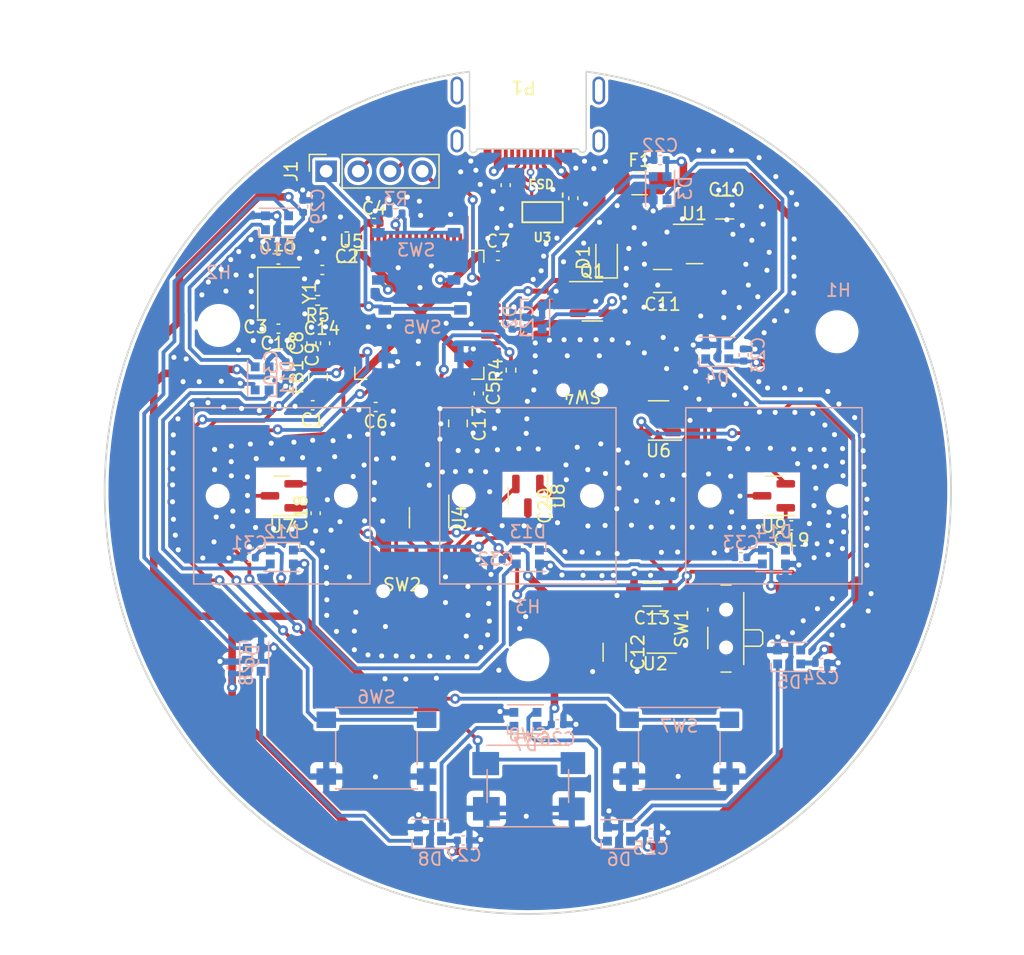
<source format=kicad_pcb>
(kicad_pcb (version 20221018) (generator pcbnew)
  (title_block (title "RP2040 Minimal Design Example") (date "2020-07-13") (rev "REV1") (company "Raspberry Pi (Trading) Ltd"))
  (layers (0 "F.Cu" mixed) (1 "In1.Cu" power "GND") (2 "In2.Cu" power "GND2") (31 "B.Cu" mixed) (34 "B.Paste" user) (35 "F.Paste" user) (36 "B.SilkS" user "B.Silkscreen") (37 "F.SilkS" user "F.Silkscreen") (38 "B.Mask" user) (39 "F.Mask" user) (44 "Edge.Cuts" user))
  (net 0 "")
  (net 1 "GND")
  (net 2 "VBUS")
  (net 3 "BUTT0")
  (net 4 "Net-(D6-DOUT)")
  (net 5 "+5V")
  (net 6 "Net-(D3-DOUT)")
  (net 7 "Net-(D4-DOUT)")
  (net 8 "Net-(D5-DOUT)")
  (net 9 "Net-(P1-CC1)")
  (net 10 "Net-(P1-CC2)")
  (net 12 "Net-(D10-DIN)")
  (net 13 "OSC_IN")
  (net 14 "Net-(D7-DOUT)")
  (net 15 "USB_D+")
  (net 16 "USB_D-")
  (net 17 "LED_D")
  (net 18 "ADC_IN1")
  (net 19 "OSC_OUT")
  (net 20 "BOOT0")
  (net 21 "ADC_IN2")
  (net 22 "ADC_IN3")
  (net 23 "BUTT1")
  (net 24 "BUTT2")
  (net 25 "NRST")
  (net 26 "BOOT1")
  (net 30 "Net-(D1-K)")
  (net 31 "Net-(D10-DOUT)")
  (net 32 "Net-(D2-DOUT)")
  (net 33 "Net-(D2-DIN)")
  (net 34 "Net-(D11-DOUT)")
  (net 35 "VDD")
  (net 36 "VDDA")
  (net 37 "Net-(C16-Pad1)")
  (net 38 "SWDIO")
  (net 39 "SWCLK")
  (net 40 "SWO")
  (net 43 "V_test")
  (net 44 "Net-(U5-VCAP1)")
  (net 45 "ALT_ADC_2")
  (net 46 "ALT_ADC_3")
  (net 80 "Net-(D12-DOUT)")
  (net 82 "Net-(D13-DOUT)")
  (net 84 "+4V4")
  (net 85 "Net-(D8-DOUT)")
  (net 86 "S_ADC_IN2")
  (net 87 "O_ADC_IN2")
  (net 88 "O_ADC_IN3")
  (net 89 "S_ADC_IN3")
  (footprint "Package_TO_SOT_SMD:SOT-23-5" (layer "F.Cu") (at 110.36 94.03 180)
    (fp_text reference "U6")
    (fp_text value "MCP6001-OT")
  )
  (footprint "Capacitor_SMD:C_0805_2012Metric" (layer "F.Cu") (at 83.37 90.59 90)
    (fp_text reference "FB1")
    (fp_text value "GZ2012D601TF" hide)
  )
  (footprint "Capacitor_SMD:C_0603_1608Metric" (layer "F.Cu") (at 85.65 79.6 180)
    (fp_text reference "C2")
    (fp_text value "4u7")
  )
  (footprint "Capacitor_SMD:C_0402_1005Metric" (layer "F.Cu") (at 82.95 92.825 180)
    (fp_text reference "C1")
    (fp_text value "1u")
  )
  (footprint "Package_TO_SOT_SMD:SOT-23-5" (layer "F.Cu") (at 105.1075 84.585)
    (fp_text reference "Q1")
    (fp_text value "SN74LV1T34DBV")
  )
  (footprint "Connector_USB:USB-TYPE-C-016_Receptacle_DEALON_16P_MidMnt" (layer "F.Cu") (at 100 67.88 180)
    (fp_text reference "P1")
    (fp_text value "USB-TYPE-C-016" hide)
    (fp_line (start -4.62 -4.6) (end -4.625 1.5) (stroke (width 0.12)) (layer "Edge.Cuts"))
    (fp_line (start -4.025 -4.625) (end 4.025 -4.625) (stroke (width 0.12)) (layer "Edge.Cuts"))
    (fp_line (start 4.62 -4.6) (end 4.625 1.5) (stroke (width 0.12)) (layer "Edge.Cuts"))
    (fp_arc (start -4.62 -4.6) (mid -4.335 -4.91) (end -4.025 -4.625) (stroke (width 0.12)) (layer "Edge.Cuts"))
    (fp_arc (start 4.025 -4.625) (mid 4.335 -4.91) (end 4.62 -4.6) (stroke (width 0.12)) (layer "Edge.Cuts"))
  )
  (footprint "Capacitor_SMD:C_0402_1005Metric" (layer "F.Cu") (at 87.94 92.96 180)
    (fp_text reference "C6")
    (fp_text value "100n")
  )
  (footprint "Button_Switch_SMD:SW_SPDT_PCM12" (layer "F.Cu") (at 115.38 110.52 90)
    (fp_text reference "SW1")
    (fp_text value "SK-3296S-01-L3")
  )
  (footprint "Package_TO_SOT_SMD:SOT-23" (layer "F.Cu") (at 119.5 100 180)
    (fp_text reference "U9")
    (fp_text value "SLSS49E")
  )
  (footprint "Package_TO_SOT_SMD:SOT-23" (layer "F.Cu") (at 110.1 110.91 180)
    (fp_text reference "U2")
    (fp_text value "ME6208A44M3G")
  )
  (footprint "Crystal:Crystal_SMD_3225-4Pin_3.2x2.5mm" (layer "F.Cu") (at 80.24 83.895 -90)
    (fp_text reference "Y1")
    (fp_text value "8MHz" hide)
  )
  (footprint "Keebio-Parts:SOT-143B" (layer "F.Cu") (at 101.16 77.52 180)
    (fp_text reference "U3")
    (fp_text value "PRTR5V0U2X" hide)
  )
  (footprint "Capacitor_SMD:C_1206_3216Metric" (layer "F.Cu") (at 115.6 77.15)
    (fp_text reference "C10")
    (fp_text value "22u")
  )
  (footprint "Capacitor_SMD:C_0402_1005Metric" (layer "F.Cu") (at 83.71 82.1 180)
    (fp_text reference "C3")
    (fp_text value "100n")
  )
  (footprint "Capacitor_SMD:C_0402_1005Metric" (layer "F.Cu") (at 103.6 76.415 -90)
    (fp_text reference "R1" hide)
    (fp_text value "5.1k" hide)
  )
  (footprint "Capacitor_SMD:C_1206_3216Metric" (layer "F.Cu") (at 106.8725 112.4 -90)
    (fp_text reference "C12")
    (fp_text value "22u")
  )
  (footprint "Button_Switch_SMD:DPDT-MS-22C01" (layer "F.Cu") (at 104.3 91.63 180)
    (fp_text reference "SW4")
    (fp_text value "MS-22C01-G010")
  )
  (footprint "Capacitor_SMD:C_0402_1005Metric" (layer "F.Cu") (at 83.18 101.38 90)
    (fp_text reference "C18")
    (fp_text value "100n" hide)
  )
  (footprint "Capacitor_SMD:C_0402_1005Metric" (layer "F.Cu") (at 83.93 87.91 90)
    (fp_text reference "C9")
    (fp_text value "10n")
  )
  (footprint "Capacitor_SMD:C_1206_3216Metric" (layer "F.Cu") (at 110.675 82.975 180)
    (fp_text reference "C11")
    (fp_text value "22u")
  )
  (footprint "Button_Switch_SMD:DPDT-MS-22C01" (layer "F.Cu") (at 90.04 107.55)
    (fp_text reference "SW2")
    (fp_text value "MS-22C01-G010")
  )
  (footprint "Capacitor_SMD:C_0402_1005Metric" (layer "F.Cu") (at 87.805 78.37)
    (fp_text reference "C4")
    (fp_text value "100n")
  )
  (footprint "Capacitor_SMD:C_0402_1005Metric" (layer "F.Cu") (at 83.67 85.57 180)
    (fp_text reference "C14")
    (fp_text value "100n")
  )
  (footprint "Resistor_SMD:R_0402_1005Metric" (layer "F.Cu") (at 83.34 84.51 180)
    (fp_text reference "R5")
    (fp_text value "47")
  )
  (footprint "Package_TO_SOT_SMD:SOT-23" (layer "F.Cu") (at 113.2125 80.04)
    (fp_text reference "U1")
    (fp_text value "ME6206A25XG")
  )
  (footprint "Package_TO_SOT_SMD:SOT-23" (layer "F.Cu") (at 100 100 -90)
    (fp_text reference "U8")
    (fp_text value "SLSS49E")
  )
  (footprint "Capacitor_SMD:C_0402_1005Metric" (layer "F.Cu") (at 97.63 80.98)
    (fp_text reference "C7")
    (fp_text value "100n")
  )
  (footprint "Capacitor_SMD:C_0402_1005Metric" (layer "F.Cu") (at 102.51 100.78 90)
    (fp_text reference "C20")
    (fp_text value "100n")
  )
  (footprint "Package_TO_SOT_SMD:SOT-23-5" (layer "F.Cu") (at 92.175 101.7375 -90)
    (fp_text reference "U4")
    (fp_text value "MCP6001-OT")
  )
  (footprint "Diode_SMD:D_SOD-323" (layer "F.Cu") (at 106.24 81.125 90)
    (fp_text reference "D1")
    (fp_text value "1N4148WS")
  )
  (footprint "Package_TO_SOT_SMD:SOT-23" (layer "F.Cu") (at 80.5 100 180)
    (fp_text reference "U7")
    (fp_text value "SLSS49E")
  )
  (footprint "Capacitor_SMD:C_0402_1005Metric" (layer "F.Cu") (at 98.242 75.383 -90)
    (fp_text reference "R2" hide)
    (fp_text value "5.1k" hide)
  )
  (footprint "Resistor_SMD:R_0402_1005Metric" (layer "F.Cu") (at 98.66 90.04 90)
    (fp_text reference "R4")
    (fp_text value "10k" hide)
  )
  (footprint "Capacitor_SMD:C_0402_1005Metric" (layer "F.Cu") (at 82.85 87.9 90)
    (fp_text reference "C8")
    (fp_text value "1u")
  )
  (footprint "Capacitor_SMD:C_0402_1005Metric" (layer "F.Cu") (at 120.88 102.34 180)
    (fp_text reference "C19")
    (fp_text value "100n")
  )
  (footprint "Capacitor_SMD:C_1206_3216Metric" (layer "F.Cu") (at 109.8325 107.83 180)
    (fp_text reference "C13")
    (fp_text value "22u")
  )
  (footprint "Capacitor_SMD:C_0402_1005Metric" (layer "F.Cu") (at 80.23 86.755 180)
    (fp_text reference "C16")
    (fp_text value "12p")
  )
  (footprint "Capacitor_SMD:C_0402_1005Metric" (layer "F.Cu") (at 96.11 91.888959 -90)
    (fp_text reference "C5")
    (fp_text value "100n")
  )
  (footprint "Capacitor_SMD:C_0402_1005Metric" (layer "F.Cu") (at 80.225 81.275)
    (fp_text reference "C15")
    (fp_text value "12p")
  )
  (footprint "Package_QFP:LQFP-64_10x10mm_P0.5mm" (layer "F.Cu") (at 91.4 85.65)
    (fp_text reference "U5")
    (fp_text value "STM32F401RCTx")
  )
  (footprint "Connector_PinSocket_2.54mm:PinSocket_1x04_P2.54mm_Vertical" (layer "F.Cu") (at 84.01 74.275 90)
    (fp_text reference "J1")
    (fp_text value "Conn_01x04_Socket")
  )
  (footprint "Fuse:Fuse_1206_3216Metric" (layer "F.Cu") (at 108.85 75.23)
    (fp_text reference "F1")
    (fp_text value "nSMD050-24V" hide)
  )
  (footprint "Capacitor_SMD:C_0805_2012Metric" (layer "F.Cu") (at 94.46 94.26 -90)
    (fp_text reference "C17")
    (fp_text value "4u7")
  )
  (footprint "Capacitor_SMD:C_0402_1005Metric" (layer "B.Cu") (at 82.19 77.06 90)
    (fp_text reference "C29")
    (fp_text value "100n")
  )
  (footprint "LED_SMD:LED_WS2812B-2020_PLCC4_2.0x2.0mm" (layer "B.Cu") (at 119.5 104.85 180)
    (fp_text reference "D14")
    (fp_text value "WS2812B-2020")
  )
  (footprint "Capacitor_SMD:C_0402_1005Metric" (layer "B.Cu") (at 116.88 104.87 180)
    (fp_text reference "C33")
    (fp_text value "100n")
  )
  (footprint "Button_Switch_SMD:SW_Push_1P1T_NO_6x6mm_H9.5mm" (layer "B.Cu") (at 112 120 180)
    (fp_text reference "SW7")
    (fp_text value "BUTT3")
  )
  (footprint "Capacitor_SMD:C_0402_1005Metric" (layer "B.Cu") (at 102.342 118.11)
    (fp_text reference "C26")
    (fp_text value "100n")
  )
  (footprint "Capacitor_SMD:C_0402_1005Metric" (layer "B.Cu") (at 76.54 113.62 90)
    (fp_text reference "C28")
    (fp_text value "100n")
  )
  (footprint "MountingHole:MountingHole_3.2mm_M3" (layer "B.Cu") (at 100 113 180)
    (fp_text reference "H3")
    (fp_text value "MountingHole_3.2mm_M3")
  )
  (footprint "Capacitor_SMD:C_0402_1005Metric" (layer "B.Cu") (at 80.81 89.86 -90)
    (fp_text reference "C30")
    (fp_text value "100n")
  )
  (footprint "Button_Switch_SMD:SW_Push_1P1T_NO_6x6mm_H9.5mm" (layer "B.Cu") (at 88 120 180)
    (fp_text reference "SW6")
    (fp_text value "BUTT1")
  )
  (footprint "Button_Switch_SMD:TS-1187A" (layer "B.Cu") (at 91.66 87.14 180)
    (fp_text reference "SW5")
    (fp_text value "TS-1187A-B-A-B")
  )
  (footprint "LED_SMD:LED_WS2812B-2020_PLCC4_2.0x2.0mm" (layer "B.Cu") (at 110.48 75.62 90)
    (fp_text reference "D3")
    (fp_text value "WS2812B-2020")
  )
  (footprint "Button_Switch_Keyboard:SW_Lekker_MX_1.00u_PCB" (layer "B.Cu") (at 119.5 100 180)
    (fp_text reference "REF**" hide)
    (fp_text value "SW_Lekker_MX_1.00u_PCB")
  )
  (footprint "Capacitor_SMD:C_0402_1005Metric" (layer "B.Cu") (at 98.77 86.31 90)
    (fp_text reference "C21")
    (fp_text value "100n")
  )
  (footprint "Button_Switch_Keyboard:SW_Lekker_MX_1.00u_PCB" (layer "B.Cu") (at 100 100 180)
    (fp_text reference "REF**" hide)
    (fp_text value "SW_Lekker_MX_1.00u_PCB")
  )
  (footprint "Capacitor_SMD:C_0402_1005Metric" (layer "B.Cu") (at 97.49 105.06 180)
    (fp_text reference "C32")
    (fp_text value "100n")
  )
  (footprint "Capacitor_SMD:C_0402_1005Metric" (layer "B.Cu") (at 110.48 73.39 180)
    (fp_text reference "C22")
    (fp_text value "100n")
  )
  (footprint "Button_Switch_SMD:TS-1187A" (layer "B.Cu") (at 91.15 81.02 180)
    (fp_text reference "SW3")
    (fp_text value "TS-1187A-B-A-B")
  )
  (footprint "LED_SMD:LED_WS2812B-2020_PLCC4_2.0x2.0mm" (layer "B.Cu") (at 100 104.85 180)
    (fp_text reference "D13")
    (fp_text value "WS2812B-2020")
  )
  (footprint "LED_SMD:LED_WS2812B-2020_PLCC4_2.0x2.0mm" (layer "B.Cu") (at 92.245 126.79)
    (fp_text reference "D8")
    (fp_text value "WS2812B-2020")
  )
  (footprint "LED_SMD:LED_WS2812B-2020_PLCC4_2.0x2.0mm" (layer "B.Cu") (at 78.31 112.99 -90)
    (fp_text reference "D9")
    (fp_text value "WS2812B-2020")
  )
  (footprint "MountingHole:MountingHole_3.2mm_M3" (layer "B.Cu") (at 75.5 86.5 180)
    (fp_text reference "H2")
    (fp_text value "MountingHole_3.2mm_M3")
  )
  (footprint "Capacitor_SMD:C_0402_1005Metric" (layer "B.Cu") (at 117.1 88.84 90)
    (fp_text reference "C23")
    (fp_text value "100n")
  )
  (footprint "LED_SMD:LED_WS2812B-2020_PLCC4_2.0x2.0mm" (layer "B.Cu") (at 78.94 90.695 90)
    (fp_text reference "D11")
    (fp_text value "WS2812B-2020" hide)
  )
  (footprint "Resistor_SMD:R_0402_1005Metric" (layer "B.Cu") (at 89.525 77.625 180)
    (fp_text reference "R3")
    (fp_text value "10k")
  )
  (footprint "MountingHole:MountingHole_3.2mm_M3" (layer "B.Cu") (at 124.5 87 180)
    (fp_text reference "H1")
    (fp_text value "MountingHole_3.2mm_M3")
  )
  (footprint "LED_SMD:LED_WS2812B-2020_PLCC4_2.0x2.0mm" (layer "B.Cu") (at 115.01 88.59)
    (fp_text reference "D4")
    (fp_text value "WS2812B-2020")
  )
  (footprint "LED_SMD:LED_WS2812B-2020_PLCC4_2.0x2.0mm" (layer "B.Cu") (at 80.5 104.85 180)
    (fp_text reference "D12")
    (fp_text value "WS2812B-2020")
  )
  (footprint "LED_SMD:LED_WS2812B-2020_PLCC4_2.0x2.0mm" (layer "B.Cu") (at 99.81 117.71)
    (fp_text reference "D7")
    (fp_text value "WS2812B-2020")
  )
  (footprint "Button_Switch_SMD:SW_Push_1P1T_NO_6x6mm_H9.5mm" (layer "B.Cu") (at 100 123 180)
    (fp_text reference "SW8")
    (fp_text value "BUTT2")
  )
  (footprint "Capacitor_SMD:C_0402_1005Metric" (layer "B.Cu") (at 77.92 104.9 180)
    (fp_text reference "C31")
    (fp_text value "100n")
  )
  (footprint "LED_SMD:LED_WS2812B-2020_PLCC4_2.0x2.0mm" (layer "B.Cu") (at 100.575 85.85 -90)
    (fp_text reference "D2")
    (fp_text value "WS2812B-2020")
  )
  (footprint "Button_Switch_Keyboard:SW_Lekker_MX_1.00u_PCB" (layer "B.Cu") (at 80.5 100 180)
    (fp_text reference "REF**" hide)
    (fp_text value "SW_Lekker_MX_1.00u_PCB")
  )
  (footprint "LED_SMD:LED_WS2812B-2020_PLCC4_2.0x2.0mm" (layer "B.Cu") (at 80.12 78.36)
    (fp_text reference "D10")
    (fp_text value "WS2812B-2020")
  )
  (footprint "LED_SMD:LED_WS2812B-2020_PLCC4_2.0x2.0mm" (layer "B.Cu") (at 107.225001 126.814999)
    (fp_text reference "D6")
    (fp_text value "WS2812B-2020")
  )
  (footprint "Capacitor_SMD:C_0402_1005Metric" (layer "B.Cu") (at 109.747001 126.762999)
    (fp_text reference "C25")
    (fp_text value "100n")
  )
  (footprint "LED_SMD:LED_WS2812B-2020_PLCC4_2.0x2.0mm" (layer "B.Cu") (at 120.71 112.77)
    (fp_text reference "D5")
    (fp_text value "WS2812B-2020" hide)
  )
  (footprint "Capacitor_SMD:C_0402_1005Metric" (layer "B.Cu") (at 94.89 127.31)
    (fp_text reference "C27")
    (fp_text value "100n")
  )
  (footprint "Capacitor_SMD:C_0402_1005Metric" (layer "B.Cu") (at 123.25 113.25)
    (fp_text reference "C24")
    (fp_text value "100n")
  )
  (gr_arc (start 104.625 66.38) (mid 100.000006 133.136981) (end 95.375 66.380001) (stroke (width 0.15)) (layer "Edge.Cuts"))
  (segment (start 77.78 99.97) (end 77.78 99.93) (width 0.3) (layer "F.Cu") (net 1))
  (segment (start 111.025 79.1) (end 112.265 79.1) (width 0.6) (layer "F.Cu") (net 1))
  (segment (start 108.6625 113.92) (end 108.535 113.93) (width 0.6) (layer "F.Cu") (net 1))
  (segment (start 78.92 86.78) (end 78.945 86.755) (width 0.3) (layer "F.Cu") (net 1))
  (segment (start 118.5625 100) (end 116.87 100) (width 0.3) (layer "F.Cu") (net 1))
  (segment (start 94.898959 92.45) (end 96.028959 92.45) (width 0.3) (layer "F.Cu") (net 1))
  (segment (start 116.87 100) (end 116.85 100.02) (width 0.3) (layer "F.Cu") (net 1))
  (segment (start 81.625 92.825) (end 82.47 92.825) (width 0.3) (layer "F.Cu") (net 1))
  (segment (start 111.172973 79.1) (end 111.025 79.1) (width 0.6) (layer "F.Cu") (net 1))
  (segment (start 79.39 84.995) (end 79.39 86.395) (width 0.3) (layer "F.Cu") (net 1))
  (segment (start 78.945 86.755) (end 79.75 86.755) (width 0.3) (layer "F.Cu") (net 1))
  (segment (start 97.313 75.863) (end 97.31 75.86) (width 0.3) (layer "F.Cu") (net 1))
  (segment (start 79.32 85.025) (end 78.17 85.025) (width 0.6) (layer "F.Cu") (net 1))
  (segment (start 96.8 73.105) (end 96.347355 73.105) (width 0.6) (layer "F.Cu") (net 1))
  (segment (start 88.15 91.325) (end 88.15 92.227035) (width 0.3) (layer "F.Cu") (net 1))
  (segment (start 82.39 85.58) (end 82.32 85.58) (width 0.3) (layer "F.Cu") (net 1))
  (segment (start 105.16 113.94) (end 105.17 113.94) (width 0.6) (layer "F.Cu") (net 1))
  (segment (start 88.15 92.227035) (end 87.46 92.917035) (width 0.3) (layer "F.Cu") (net 1))
  (segment (start 95.479259 73.467682) (end 95.764073 73.467682) (width 0.3) (layer "F.Cu") (net 1))
  (segment (start 88.355 78.3) (end 88.285 78.37) (width 0.3) (layer "F.Cu") (net 1))
  (segment (start 105.18 113.94) (end 105.1325 113.93) (width 0.6) (layer "F.Cu") (net 1))
  (segment (start 97.742086 90.57) (end 98.64 90.57) (width 0.3) (layer "F.Cu") (net 1))
  (segment (start 94.65 92.201041) (end 94.898959 92.45) (width 0.3) (layer "F.Cu") (net 1))
  (segment (start 87.9 77.425) (end 88.355 77.88) (width 0.3) (layer "F.Cu") (net 1))
  (segment (start 86.69 93.21) (end 86.71 93.21) (width 0.3) (layer "F.Cu") (net 1))
  (segment (start 122.31 102.2) (end 121.34 102.2) (width 0.3) (layer "F.Cu") (net 1))
  (segment (start 105.38 84.58) (end 105.38 84.62) (width 0.3) (layer "F.Cu") (net 1))
  (segment (start 83.34 82.21) (end 83.23 82.1) (width 0.3) (layer "F.Cu") (net 1))
  (segment (start 109.205 81.675) (end 109.205 82.805) (width 0.6) (layer "F.Cu") (net 1))
  (segment (start 103.8 73.95) (end 103.72 73.87) (width 0.3) (layer "F.Cu") (net 1))
  (segment (start 112.69 94.02) (end 112.85 94.02) (width 0.3) (layer "F.Cu") (net 1))
  (segment (start 95.66 94.958959) (end 95.61 95.008959) (width 0.3) (layer "F.Cu") (net 1))
  (segment (start 110.293813 83.302187) (end 109.225 83.302187) (width 0.6) (layer "F.Cu") (net 1))
  (segment (start 106.855 113.94) (end 105.18 113.94) (width 0.6) (layer "F.Cu") (net 1))
  (segment (start 87.21 93.21) (end 86.73 93.21) (width 0.3) (layer "F.Cu") (net 1))
  (segment (start 94.55 95.018959) (end 95.6 95.018959) (width 0.6) (layer "F.Cu") (net 1))
  (segment (start 111.0375 111.86) (end 112.4725 111.86) (width 0.6) (layer "F.Cu") (net 1))
  (segment (start 96.11 93.238959) (end 96.09 93.258959) (width 0.3) (layer "F.Cu") (net 1))
  (segment (start 107.0625 107.9) (end 107.2175 107.91) (width 0.6) (layer "F.Cu") (net 1))
  (segment (start 88.355 77.88) (end 88.355 78.3) (width 0.3) (layer "F.Cu") (net 1))
  (segment (start 111.4975 94.03) (end 112.68 94.03) (width 0.3) (layer "F.Cu") (net 1))
  (segment (start 104.375 76.895) (end 104.57 76.86) (width 0.3) (layer "F.Cu") (net 1))
  (segment (start 82.3 82.855) (end 82.25 82.805) (width 0.3) (layer "F.Cu") (net 1))
  (segment (start 80.71 81.25) (end 81.825 81.25) (width 0.3) (layer "F.Cu") (net 1))
  (segment (start 102.51 101.26) (end 102.460369 101.309631) (width 0.3) (layer "F.Cu") (net 1))
  (segment (start 82.24 82.795) (end 82.25 82.805) (width 0.3) (layer "F.Cu") (net 1))
  (segment (start 95.66 95.028959) (end 95.66 94.958959) (width 0.3) (layer "F.Cu") (net 1))
  (segment (start 98.17 80.05) (end 98.17 81.168959) (width 0.3) (layer "F.Cu") (net 1))
  (segment (start 98.242 75.863) (end 97.313 75.863) (width 0.3) (layer "F.Cu") (net 1))
  (segment (start 92.175 99.175) (end 92.19 99.16) (width 0.3) (layer "F.Cu") (net 1))
  (segment (start 117 78.575) (end 117 77.08) (width 0.6) (layer "F.Cu") (net 1))
  (segment (start 83.96 86.61) (end 83.91 86.66) (width 0.3) (layer "F.Cu") (net 1))
  (segment (start 98.17 81.168959) (end 98.19 81.188959) (width 0.3) (layer "F.Cu") (net 1))
  (segment (start 96.8 73.105) (end 96.8 73.22) (width 0.6) (layer "F.Cu") (net 1))
  (segment (start 95.953897 73.364117) (end 95.850332 73.467682) (width 0.6) (layer "F.Cu") (net 1))
  (segment (start 103.6 76.895) (end 104.375 76.895) (width 0.3) (layer "F.Cu") (net 1))
  (segment (start 81.55 92.9) (end 81.75 92.7) (width 0.3) (layer "F.Cu") (net 1))
  (segment (start 77.85 100) (end 77.82 99.97) (width 0.3) (layer "F.Cu") (net 1))
  (segment (start 112.85 94.02) (end 112.85 93.86) (width 0.3) (layer "F.Cu") (net 1))
  (segment (start 97.26 75.86) (end 97.26 75.81) (width 0.3) (layer "F.Cu") (net 1))
  (segment (start 83.18 101.86) (end 83.18 102.62) (width 0.3) (layer "F.Cu") (net 1))
  (segment (start 77.82 99.97) (end 77.78 99.97) (width 0.3) (layer "F.Cu") (net 1))
  (segment (start 104.465 85.535) (end 105.38 84.62) (width 0.3) (layer "F.Cu") (net 1))
  (segment (start 86.73 93.21) (end 86.61 93.19) (width 0.3) (layer "F.Cu") (net 1))
  (segment (start 98.19 81.188959) (end 98.19 81.638959) (width 0.3) (layer "F.Cu") (net 1))
  (segment (start 86.61 93.19) (end 86.69 93.21) (width 0.3) (layer "F.Cu") (net 1))
  (segment (start 117.055 77.2525) (end 117.035 77.2725) (width 0.6) (layer "F.Cu") (net 1))
  (segment (start 107.2175 107.91) (end 107.2275 107.91) (width 0.6) (layer "F.Cu") (net 1))
  (segment (start 83.91 86.66) (end 83.91 87.15) (width 0.3) (layer "F.Cu") (net 1))
  (segment (start 105.1325 113.93) (end 105.16 113.94) (width 0.6) (layer "F.Cu") (net 1))
  (segment (start 116.85 100.02) (end 116.81 100.02) (width 0.3) (layer "F.Cu") (net 1))
  (segment (start 97.31 75.86) (end 97.26 75.86) (width 0.3) (layer "F.Cu") (net 1))
  (segment (start 95.6 95.018959) (end 95.59 95.028959) (width 0.3) (layer "F.Cu") (net 1))
  (segment (start 83.02 102.78) (end 83.17 102.63) (width 0.3) (layer "F.Cu") (net 1))
  (segment (start 98.2 82.151041) (end 97.951041 82.4) (width 0.3) (layer "F.Cu") (net 1))
  (segment (start 104.489898 73.474466) (end 103.569466 73.474466) (width 0.6) (layer "F.Cu") (net 1))
  (segment (start 103.2 73.35) (end 103.8 73.95) (width 0.6) (layer "F.Cu") (net 1))
  (segment (start 82.3 82.805) (end 82.3 82.855) (width 0.3) (layer "F.Cu") (net 1))
  (segment (start 116.2 76.95) (end 116.7 76.95) (width 0.6) (layer "F.Cu") (net 1))
  (segment (start 112.68 94.03) (end 112.69 94.02) (width 0.3) (layer "F.Cu") (net 1))
  (segment (start 122.31 102.2) (end 122.34 102.17) (width 0.3) (layer "F.Cu") (net 1))
  (segment (start 95.82 74.2) (end 95.9 74.12) (width 0.6) (layer "F.Cu") (net 1))
  (segment (start 116.81 100.06) (end 116.85 100.02) (width 0.3) (layer "F.Cu") (net 1))
  (segment (start 107.2375 107.91) (end 107.0625 107.9) (width 0.6) (layer "F.Cu") (net 1))
  (segment (start 103.2 73.105) (end 103.2 73.35) (width 0.3) (layer "F.Cu") (net 1))
  (segment (start 87.46 92.96) (end 87.21 93.21) (width 0.3) (layer "F.Cu") (net 1))
  (segment (start 95.850332 73.467682) (end 95.479259 73.467682) (width 0.6) (layer "F.Cu") (net 1))
  (segment (start 112.265 79.1) (end 112.275 79.09) (width 0.6) (layer "F.Cu") (net 1))
  (segment (start 95.59 95.028959) (end 95.66 95.028959) (width 0.3) (layer "F.Cu") (net 1))
  (segment (start 99.7 102.38) (end 99.83 102.25) (width 0.3) (layer "F.Cu") (net 1))
  (segment (start 83.18 102.78) (end 83.02 102.78) (width 0.3) (layer "F.Cu") (net 1))
  (segment (start 98.2 81.648959) (end 98.2 82.151041) (width 0.3) (layer "F.Cu") (net 1))
  (segment (start 88.15 79.975) (end 88.15 78.505) (width 0.3) (layer "F.Cu") (net 1))
  (segment (start 96.8 73.22) (end 95.88 74.14) (width 0.6) (layer "F.Cu") (net 1))
  (segment (start 97.951041 82.4) (end 97.075 82.4) (width 0.3) (layer "F.Cu") (net 1))
  (segment (start 101.985023 75.724977) (end 101.985023 76.325023) (width 0.4) (layer "F.Cu") (net 1))
  (segment (start 81.825 81.25) (end 81.9 81.175) (width 0.3) (layer "F.Cu") (net 1))
  (segment (start 96.11 92.368959) (end 96.11 93.238959) (width 0.3) (layer "F.Cu") (net 1))
  (segment (start 108.3925 107.24) (end 108.4425 106.17) (width 0.6) (layer "F.Cu") (net 1))
  (segment (start 77.78 99.93) (end 77.82 99.97) (width 0.3) (layer "F.Cu") (net 1))
  (segment (start 79.5625 100) (end 77.85 100) (width 0.3) (layer "F.Cu") (net 1))
  (segment (start 81.55 92.9) (end 81.625 92.825) (width 0.3) (layer "F.Cu") (net 1))
  (segment (start 102.51 101.97225) (end 102.51 101.26) (width 0.3) (layer "F.Cu") (net 1))
  (segment (start 85.725 87.4) (end 84.075 87.4) (width 0.3) (layer "F.Cu") (net 1))
  (segment (start 82.32 85.58) (end 82.32 85.65) (width 0.3) (layer "F.Cu") (net 1))
  (segment (start 78.92 86.78) (end 79.105 86.965) (width 0.3) (layer "F.Cu") (net 1))
  (segment (start 102.35 102.13225) (end 102.51 101.97225) (width 0.3) (layer "F.Cu") (net 1))
  (segment (start 104.465 85.535) (end 103.97 85.535) (width 0.3) (layer "F.Cu") (net 1))
  (segment (start 103.569466 73.474466) (end 103.2 73.105) (width 0.6) (layer "F.Cu") (net 1))
  (segment (start 88.15 78.505) (end 88.285 78.37) (width 0.3) (layer "F.Cu") (net 1))
  (segment (start 103.8 74.03) (end 103.8 73.95) (width 0.3) (layer "F.Cu") (net 1))
  (segment (start 83.83 79.61) (end 84.815 79.61) (width 0.6) (layer "F.Cu") (net 1))
  (segment (start 97.566043 90.393957) (end 97.742086 90.57) (width 0.3) (layer "F.Cu") (net 1))
  (segment (start 96.347355 73.105) (end 96.235333 73.217022) (width 0.6) (layer "F.Cu") (net 1))
  (segment (start 83.18 102.62) (end 83.18 102.78) (width 0.3) (layer "F.Cu") (net 1))
  (segment (start 108.2125 107.91) (end 107.2375 107.91) (width 0.6) (layer "F.Cu") (net 1))
  (segment (start 96.235333 73.217022) (end 95.953897 73.364117) (width 0.6) (layer "F.Cu") (net 1))
  (segment (start 79.105 86.965) (end 79.12 86.965) (width 0.3) (layer "F.Cu") (net 1))
  (segment (start 87.46 92.917035) (end 87.46 92.96) (width 0.3) (layer "F.Cu") (net 1))
  (segment (start 95.88 74.14) (end 95.88 74.2) (width 0.6) (layer "F.Cu") (net 1))
  (segment (start 82.32 85.65) (end 82.44 85.53) (width 0.3) (layer "F.Cu") (net 1))
  (segment (start 100 102.08) (end 100 100.9375) (width 0.3) (layer "F.Cu") (net 1))
  (segment (start 108.545 113.93) (end 108.555 113.93) (width 0.6) (layer "F.Cu") (net 1))
  (segment (start 116.81 100.02) (end 116.81 100.06) (width 0.3) (layer "F.Cu") (net 1))
  (segment (start 79.39 86.395) (end 79.75 86.755) (width 0.3) (layer "F.Cu") (net 1))
  (segment (start 82.85 86.64) (end 82.85 87.42) (width 0.3) (layer "F.Cu") (net 1))
  (segment (start 82.46 85.51) (end 82.39 85.58) (width 0.3) (layer "F.Cu") (net 1))
  (segment (start 98.19 81.638959) (end 98.2 81.648959) (width 0.3) (layer "F.Cu") (net 1))
  (segment (start 108.535 113.93) (end 106.86 113.93) (width 0.6) (layer "F.Cu") (net 1))
  (segment (start 81.09 82.795) (end 82.24 82.795) (width 0.6) (layer "F.Cu") (net 1))
  (segment (start 112.85 93.86) (end 112.72 93.99) (width 0.3) (layer "F.Cu") (net 1))
  (segment (start 94.65 91.325) (end 94.65 92.201041) (width 0.3) (layer "F.Cu") (net 1))
  (segment (start 108.555 113.93) (end 108.6625 113.92) (width 0.6) (layer "F.Cu") (net 1))
  (segment (start 83.34 83.0505) (end 83.34 82.21) (width 0.3) (layer "F.Cu") (net 1))
  (segment (start 112.4725 111.86) (end 112.4825 111.85) (width 0.6) (layer "F.Cu") (net 1))
  (segment (start 112.275 79.09) (end 112.275 78.225) (width 0.6) (layer "F.Cu") (net 1))
  (segment (start 110.293813 83.302187) (end 110.153813 83.302187) (width 0.6) (layer "F.Cu") (net 1))
  (segment (start 92.175 100.6) (end 92.175 99.175) (width 0.3) (layer "F.Cu") (net 1))
  (segment (start 97.26 75.81) (end 97.31 75.86) (width 0.3) (layer "F.Cu") (net 1))
  (segment (start 82.25 82.805) (end 82.3 82.805) (width 0.3) (layer "F.Cu") (net 1))
  (segment (start 104.57 76.86) (end 104.39 76.88) (width 0.3) (layer "F.Cu") (net 1))
  (segment (start 96.028959 92.45) (end 96.11 92.368959) (width 0.3) (layer "F.Cu") (net 1))
  (segment (start 83.21 85.51) (end 82.46 85.51) (width 0.3) (layer "F.Cu") (net 1))
  (segment (start 99.7 102.38) (end 100 102.08) (width 0.3) (layer "F.Cu") (net 1))
  (segment (start 95.88 74.2) (end 95.82 74.2) (width 0.6) (layer "F.Cu") (net 1))
  (via (at 108.21 102.33) (size 0.8) (drill 0.4) (layers "F.Cu" "B.Cu") (net 1))
  (via (at 78.42 102.51) (size 0.8) (drill 0.4) (layers "F.Cu" "B.Cu") (net 1))
  (via (at 124.3 95.15) (size 0.8) (drill 0.4) (layers "F.Cu" "B.Cu") (net 1))
  (via (at 72.27 93.9) (size 0.8) (drill 0.4) (layers "F.Cu" "B.Cu") (net 1))
  (via (at 110.6 84.925) (size 0.8) (drill 0.4) (layers "F.Cu" "B.Cu") (net 1))
  (via (at 111.475 100.3) (size 0.8) (drill 0.4) (layers "F.Cu" "B.Cu") (net 1))
  (via (at 97.925 77.25) (size 0.8) (drill 0.4) (layers "F.Cu" "B.Cu") (net 1))
  (via (at 124.594 113.234) (size 0.8) (drill 0.4) (layers "F.Cu" "B.Cu") (net 1))
  (via (at 75.6 113.12) (size 0.8) (drill 0.4) (layers "F.Cu" "B.Cu") (net 1))
  (via (at 83.96 86.61) (size 0.8) (drill 0.4) (layers "F.Cu" "B.Cu") (net 1))
  (via (at 95.66 95.028959) (size 0.8) (drill 0.4) (layers "F.Cu" "B.Cu") (net 1))
  (via (at 106.12 102.35) (size 0.8) (drill 0.4) (layers "F.Cu" "B.Cu") (net 1))
  (via (at 125.03 101.61) (size 0.8) (drill 0.4) (layers "F.Cu" "B.Cu") (net 1))
  (via (at 71.89 96.59) (size 0.8) (drill 0.4) (layers "F.Cu" "B.Cu") (net 1))
  (via (at 113.105 88.05) (size 0.8) (drill 0.4) (layers "F.Cu" "B.Cu") (net 1))
  (via (at 125.03 102.86) (size 0.8) (drill 0.4) (layers "F.Cu" "B.Cu") (net 1))
  (via (at 120.9 75.975) (size 0.8) (drill 0.4) (layers "F.Cu" "B.Cu") (net 1))
  (via (at 115.49 91.17) (size 0.8) (drill 0.4) (layers "F.Cu" "B.Cu") (net 1))
  (via (at 88.53 95.05) (size 0.8) (drill 0.4) (layers "F.Cu" "B.Cu") (net 1))
  (via (at 126.775 101.35) (size 0.8) (drill 0.4) (layers "F.Cu" "B.Cu") (net 1))
  (via (at 75.175 96.325) (size 0.8) (drill 0.4) (layers "F.Cu" "B.Cu") (net 1))
  (via (at 104.3 104.46) (size 0.8) (drill 0.4) (layers "F.Cu" "B.Cu") (net 1))
  (via (at 94.26 98.08) (size 0.8) (drill 0.4) (layers "F.Cu" "B.Cu") (net 1))
  (via (at 84.56 95.63) (size 0.8) (drill 0.4) (layers "F.Cu" "B.Cu") (net 1))
  (via (at 77.93 104.03) (size 0.8) (drill 0.4) (layers "F.Cu" "B.Cu") (net 1))
  (via (at 99.35 110.525) (size 0.8) (drill 0.4) (layers "F.Cu" "B.Cu") (net 1))
  (via (at 117.31 92.69) (size 0.8) (drill 0.4) (layers "F.Cu" "B.Cu") (net 1))
  (via (at 117 78.575) (size 0.8) (drill 0.4) (layers "F.Cu" "B.Cu") (net 1))
  (via (at 116.81 100.02) (size 0.8) (drill 0.4) (layers "F.Cu" "B.Cu") (net 1))
  (via (at 121.06 96.29) (size 0.8) (drill 0.4) (layers "F.Cu" "B.Cu") (net 1))
  (via (at 93.472 108.458) (size 0.8) (drill 0.4) (layers "F.Cu" "B.Cu") (net 1))
  (via (at 95.88 74.2) (size 0.8) (drill 0.4) (layers "F.Cu" "B.Cu") (net 1))
  (via (at 118.95 82.125) (size 0.8) (drill 0.4) (layers "F.Cu" "B.Cu") (net 1))
  (via (at 78.232 81.026) (size 0.8) (drill 0.4) (layers "F.Cu" "B.Cu") (net 1))
  (via (at 109.78 102.49) (size 0.8) (drill 0.4) (layers "F.Cu" "B.Cu") (net 1))
  (via (at 119.55 86.125) (size 0.8) (drill 0.4) (layers "F.Cu" "B.Cu") (net 1))
  (via (at 112.25 78.05) (size 0.8) (drill 0.4) (layers "F.Cu" "B.Cu") (net 1))
  (via (at 111.47 102.49) (size 0.8) (drill 0.4) (layers "F.Cu" "B.Cu") (net 1))
  (via (at 95.12 111.12) (size 0.8) (drill 0.4) (layers "F.Cu" "B.Cu") (net 1))
  (via (at 114.4 93.18) (size 0.8) (drill 0.4) (layers "F.Cu" "B.Cu") (net 1))
  (via (at 121.48 105.48) (size 0.8) (drill 0.4) (layers "F.Cu" "B.Cu") (net 1))
  (via (at 105.41 87.63) (size 0.8) (drill 0.4) (layers "F.Cu" "B.Cu") (net 1))
  (via (at 118.725 87.075) (size 0.8) (drill 0.4) (layers "F.Cu" "B.Cu") (net 1))
  (via (at 79.63 87.75) (size 0.8) (drill 0.4) (layers "F.Cu" "B.Cu") (net 1))
  (via (at 118.325 73.2) (size 0.8) (drill 0.4) (layers "F.Cu" "B.Cu") (net 1))
  (via (at 81.9 81.175) (size 0.8) (drill 0.4) (layers "F.Cu" "B.Cu") (net 1))
  (via (at 78.24 87.7) (size 0.8) (drill 0.4) (layers "F.Cu" "B.Cu") (net 1))
  (via (at 122.7 97.725) (size 0.8) (drill 0.4) (layers "F.Cu" "B.Cu") (net 1))
  (via (at 82.16 75.76) (size 0.8) (drill 0.4) (layers "F.Cu" "B.Cu") (net 1))
  (via (at 126.9 102.575) (size 0.8) (drill 0.4) (layers "F.Cu" "B.Cu") (net 1))
  (via (at 97.79 117.094) (size 0.8) (drill 0.4) (layers "F.Cu" "B.Cu") (net 1))
  (via (at 87.9 77.425) (size 0.8) (drill 0.4) (layers "F.Cu" "B.Cu") (net 1))
  (via (at 108.4425 106.17) (size 0.8) (drill 0.4) (layers "F.Cu" "B.Cu") (net 1))
  (via (at 123.64 97.63) (size 0.8) (drill 0.4) (layers "F.Cu" "B.Cu") (net 1))
  (via (at 108.6625 113.92) (size 0.8) (drill 0.4) (layers "F.Cu" "B.Cu") (net 1))
  (via (at 126.975 109.125) (size 0.8) (drill 0.4) (layers "F.Cu" "B.Cu") (net 1))
  (via (at 101.45 80.05) (size 0.8) (drill 0.4) (layers "F.Cu" "B.Cu") (net 1))
  (via (at 85.852 106.426) (size 0.8) (drill 0.4) (layers "F.Cu" "B.Cu") (net 1))
  (via (at 103.812 118.11) (size 0.8) (drill 0.4) (layers "F.Cu" "B.Cu") (net 1))
  (via (at 117.09 102.51) (size 0.8) (drill 0.4) (layers "F.Cu" "B.Cu") (net 1))
  (via (at 73.95 90.95) (size 0.8) (drill 0.4) (layers "F.Cu" "B.Cu") (net 1))
  (via (at 89.34 93.29) (size 0.8) (drill 0.4) (layers "F.Cu" "B.Cu") (net 1))
  (via (at 100.584 87.884) (size 0.8) (drill 0.4) (layers "F.Cu" "B.Cu") (net 1))
  (via (at 116.075 98.45) (size 0.8) (drill 0.4) (layers "F.Cu" "B.Cu") (net 1))
  (via (at 99.87 95.05) (size 0.8) (drill 0.4) (layers "F.Cu" "B.Cu") (net 1))
  (via (at 84.69 96.9) (size 0.8) (drill 0.4) (layers "F.Cu" "B.Cu") (net 1))
  (via (at 100.584 88.9) (size 0.8) (drill 0.4) (layers "F.Cu" "B.Cu") (net 1))
  (via (at 102.7 106.275) (size 0.8) (drill 0.4) (layers "F.Cu" "B.Cu") (net 1))
  (via (at 91.5 77.775) (size 0.8) (drill 0.4) (layers "F.Cu" "B.Cu") (net 1))
  (via (at 92.19 99.16) (size 0.8) (drill 0.4) (layers "F.Cu" "B.Cu") (net 1))
  (via (at 87.325 76.425) (size 0.8) (drill 0.4) (layers "F.Cu" "B.Cu") (net 1))
  (via (at 101.051308 82.164586) (size 0.8) (drill 0.4) (layers "F.Cu" "B.Cu") (net 1))
  (via (at 121.6 91.575) (size 0.8) (drill 0.4) (layers "F.Cu" "B.Cu") (net 1))
  (via (at 118.225 84.225) (size 0.8) (drill 0.4) (layers "F.Cu" "B.Cu") (net 1))
  (via (at 83.9 77.9) (size 0.8) (drill 0.4) (layers "F.Cu" "B.Cu") (net 1))
  (via (at 113.02 102.49) (size 0.8) (drill 0.4) (layers "F.Cu" "B.Cu") (net 1))
  (via (at 102.35 102.13225) (size 0.8) (drill 0.4) (layers "F.Cu" "B.Cu") (net 1))
  (via (at 99.92 93.9) (size 0.8) (drill 0.4) (layers "F.Cu" "B.Cu") (net 1))
  (via (at 126.55 95.225) (size 0.8) (drill 0.4) (layers "F.Cu" "B.Cu") (net 1))
  (via (at 96.04 105.06) (size 0.8) (drill 0.4) (layers "F.Cu" "B.Cu") (net 1))
  (via (at 86.16 98.47) (size 0.8) (drill 0.4) (layers "F.Cu" "B.Cu") (net 1))
  (via (at 84.05 106.93) (size 0.8) (drill 0.4) (layers "F.Cu" "B.Cu") (net 1))
  (via (at 73.39 92.77) (size 0.8) (drill 0.4) (layers "F.Cu" "B.Cu") (net 1))
  (via (at 119.65 74.7) (size 0.8) (drill 0.4) (layers "F.Cu" "B.Cu") (net 1))
  (via (at 89.35 97.02) (size 0.8) (drill 0.4) (layers "F.Cu" "B.Cu") (net 1))
  (via (at 89.68 89.37) (size 0.8) (drill 0.4) (layers "F.Cu" "B.Cu") (net 1))
  (via (at 78.135 85.02) (size 0.8) (drill 0.4) (layers "F.Cu" "B.Cu") (net 1))
  (via (at 76.454 81.28) (size 0.8) (drill 0.4) (layers "F.Cu" "B.Cu") (net 1))
  (via (at 87.85 98.95) (size 0.8) (drill 0.4) (layers "F.Cu" "B.Cu") (net 1))
  (via (at 91.325 87.75) (size 0.8) (drill 0.4) (layers "F.Cu" "B.Cu") (net 1))
  (via (at 100.47 91.61) (size 0.8) (drill 0.4) (layers "F.Cu" "B.Cu") (net 1))
  (via (at 113.29 90.13) (size 0.8) (drill 0.4) (layers "F.Cu" "B.Cu") (net 1))
  (via (at 95.47 98.03) (size 0.8) (drill 0.4) (layers "F.Cu" "B.Cu") (net 1))
  (via (at 96.975 99.675) (size 0.8) (drill 0.4) (layers "F.Cu" "B.Cu") (net 1))
  (via (at 98.17 80.05) (size 0.8) (drill 0.4) (layers "F.Cu" "B.Cu") (net 1))
  (via (at 124.93 104.18) (size 0.8) (drill 0.4) (layers "F.Cu" "B.Cu") (net 1))
  (via (at 71.91 101.86) (size 0.8) (drill 0.4) (layers "F.Cu" "B.Cu") (net 1))
  (via (at 95.99 96.43) (size 0.8) (drill 0.4) (layers "F.Cu" "B.Cu") (net 1))
  (via (at 100.91 102.37) (size 0.8) (drill 0.4) (layers "F.Cu" "B.Cu") (net 1))
  (via (at 83.34 83.0505) (size 0.8) (drill 0.4) (layers "F.Cu" "B.Cu") (net 1))
  (via (at 83.275 80.65) (size 0.8) (drill 0.4) (layers "F.Cu" "B.Cu") (net 1))
  (via (at 78.07 83.81) (size 0.8) (drill 0.4) (layers "F.Cu" "B.Cu") (net 1))
  (via (at 124.975 110.275) (size 0.8) (drill 0.4) (layers "F.Cu" "B.Cu") (net 1))
  (via (at 122 103.85) (size 0.8) (drill 0.4) (layers "F.Cu" "B.Cu") (net 1))
  (via (at 111.87 104.46) (size 0.8) (drill 0.4) (layers "F.Cu" "B.Cu") (net 1))
  (via (at 92.75 114.45) (size 0.8) (drill 0.4) (layers "F.Cu" "B.Cu") (net 1))
  (via (at 116.2 76.95) (size 0.8) (drill 0.4) (layers "F.Cu" "B.Cu") (net 1))
  (via (at 94.675 74.325) (size 0.8) (drill 0.4) (layers "F.Cu" "B.Cu") (net 1))
  (via (at 82.9 103.75) (size 0.8) (drill 0.4) (layers "F.Cu" "B.Cu") (net 1))
  (via (at 85.86 95.29) (size 0.8) (drill 0.4) (layers "F.Cu" "B.Cu") (net 1))
  (via (at 95.1 101.575) (size 0.8) (drill 0.4) (layers "F.Cu" "B.Cu") (net 1))
  (via (at 75.3 101.675) (size 0.8) (drill 0.4) (layers "F.Cu" "B.Cu") (net 1))
  (via (at 83.18 102.78) (size 0.8) (drill 0.4) (layers "F.Cu" "B.Cu") (net 1))
  (via (at 109.2 85.05) (size 0.8) (drill 0.4) (layers "F.Cu" "B.Cu") (net 1))
  (via (at 84.836 110.744) (size 0.8) (drill 0.4) (layers "F.Cu" "B.Cu") (net 1))
  (via (at 84.07 108.24) (size 0.8) (drill 0.4) (layers "F.Cu" "B.Cu") (net 1))
  (via (at 121.1 79.65) (size 0.8) (drill 0.4) (layers "F.Cu" "B.Cu") (net 1))
  (via (at 76.075 83.775) (size 0.8) (drill 0.4) (layers "F.Cu" "B.Cu") (net 1))
  (via (at 110.293813 83.302187) (size 0.8) (drill 0.4) (layers "F.Cu" "B.Cu") (net 1))
  (via (at 107.08 104.58) (size 0.8) (drill 0.4) (layers "F.Cu" "B.Cu") (net 1))
  (via (at 121.075 81.1) (size 0.8) (drill 0.4) (layers "F.Cu" "B.Cu") (net 1))
  (via (at 106.15 98.225) (size 0.8) (drill 0.4) (layers "F.Cu" "B.Cu") (net 1))
  (via (at 77.088647 80.644646) (size 0.8) (drill 0.4) (layers "F.Cu" "B.Cu") (net 1))
  (via (at 80.085498 77.829977) (size 0.8) (drill 0.4) (layers "F.Cu" "B.Cu") (net 1))
  (via (at 117.75 79.75) (size 0.8) (drill 0.4) (layers "F.Cu" "B.Cu") (net 1))
  (via (at 117.995 88.38) (size 0.8) (drill 0.4) (layers "F.Cu" "B.Cu") (net 1))
  (via (at 107.7 85.375) (size 0.8) (drill 0.4) (layers "F.Cu" "B.Cu") (net 1))
  (via (at 105.664 88.9) (size 0.8) (drill 0.4) (layers "F.Cu" "B.Cu") (net 1))
  (via (at 82.3 82.805) (size 0.8) (drill 0.4) (layers "F.Cu" "B.Cu") (net 1))
  (via (at 105.675 78.325) (size 0.8) (drill 0.4) (layers "F.Cu" "B.Cu") (net 1))
  (via (at 120.975 110.85) (size 0.8) (drill 0.4) (layers "F.Cu" "B.Cu") (net 1))
  (via (at 87.92 122.27) (size 0.8) (drill 0.4) (layers "F.Cu" "B.Cu") (net 1))
  (via (at 85.15 77.9) (size 0.8) (drill 0.4) (layers "F.Cu" "B.Cu") (net 1))
  (via (at 89 86.6) (size 0.8) (drill 0.4) (layers "F.Cu" "B.Cu") (net 1))
  (via (at 95.375 83.975) (size 0.8) (drill 0.4) (layers "F.Cu" "B.Cu") (net 1))
  (via (at 88.71 110.36) (size 0.8) (drill 0.4) (layers "F.Cu" "B.Cu") (net 1))
  (via (at 116.15 101.275) (size 0.8) (drill 0.4) (layers "F.Cu" "B.Cu") (net 1))
  (via (at 111.775 88.375) (size 0.8) (drill 0.4) (layers "F.Cu" "B.Cu") (net 1))
  (via (at 118.27 102.45) (size 0.8) (drill 0.4) (layers "F.Cu" "B.Cu") (net 1))
  (via (at 112.4825 111.85) (size 0.8) (drill 0.4) (layers "F.Cu" "B.Cu") (net 1))
  (via (at 114.77 104.52) (size 0.8) (drill 0.4) (layers "F.Cu" "B.Cu") (net 1))
  (via (at 105.875 106.325) (size 0.8) (drill 0.4) (layers "F.Cu" "B.Cu") (net 1))
  (via (at 96.65 98.09) (size 0.8) (drill 0.4) (layers "F.Cu" "B.Cu") (net 1))
  (via (at 126.65 99.1) (size 0.8) (drill 0.4) (layers "F.Cu" "B.Cu") (net 1))
  (via (at 71.84 100.47) (size 0.8) (drill 0.4) (layers "F.Cu" "B.Cu") (net 1))
  (via (at 89.3 94.34) (size 0.8) (drill 0.4) (layers "F.Cu" "B.Cu") (net 1))
  (via (at 122.38 96.33) (size 0.8) (drill 0.4) (layers "F.Cu" "B.Cu") (net 1))
  (via (at 125.9 93.8) (size 0.8) (drill 0.4) (layers "F.Cu" "B.Cu") (net 1))
  (via (at 124.94 96.26) (size 0.8) (drill 0.4) (layers "F.Cu" "B.Cu") (net 1))
  (via (at 123.875 101.3) (size 0.8) (drill 0.4) (layers "F.Cu" "B.Cu") (net 1))
  (via (at 72.06 103.12) (size 0.8) (drill 0.4) (layers "F.Cu" "B.Cu") (net 1))
  (via (at 96.81 111.02) (size 0.8) (drill 0.4) (layers "F.Cu" "B.Cu") (net 1))
  (via (at 71.84 99.13) (size 0.8) (drill 0.4) (layers "F.Cu" "B.Cu") (net 1))
  (via (at 98.89 85.03) (size 0.8) (drill 0.4) (layers "F.Cu" "B.Cu") (net 1))
  (via (at 95.25 109.474) (size 0.8) (drill 0.4) (layers "F.Cu" "B.Cu") (net 1))
  (via (at 82.32 85.58) (size 0.8) (drill 0.4) (layers "F.Cu" "B.Cu") (net 1))
  (via (at 103.02 97.55) (size 0.8) (drill 0.4) (layers "F.Cu" "B.Cu") (net 1))
  (via (at 76.3 104.93) (size 0.8) (drill 0.4) (layers "F.Cu" "B.Cu") (net 1))
  (via (at 121.16 93.39) (size 0.8) (drill 0.4) (layers "F.Cu" "B.Cu") (net 1))
  (via (at 116.125 72.625) (size 0.8) (drill 0.4) (layers "F.Cu" "B.Cu") (net 1))
  (via (at 96.225 75.325) (size 0.8) (drill 0.4) (layers "F.Cu" "B.Cu") (net 1))
  (via (at 101.2505 81) (size 0.8) (drill 0.4) (layers "F.Cu" "B.Cu") (net 1))
  (via (at 117.475 83.3) (size 0.8) (drill 0.4) (layers "F.Cu" "B.Cu") (net 1))
  (via (at 110.67 98.39) (size 0.8) (drill 0.4) (layers "F.Cu" "B.Cu") (net 1))
  (via (at 84.06 109.47) (size 0.8) (drill 0.4) (layers "F.Cu" "B.Cu") (net 1))
  (via (at 104.489898 73.474466) (size 0.8) (drill 0.4) (layers "F.Cu" "B.Cu") (net 1))
  (via (at 124.1 111.025) (size 0.8) (drill 0.4) (layers "F.Cu" "B.Cu") (net 1))
  (via (at 107.88 97.38) (size 0.8) (drill 0.4) (layers "F.Cu" "B.Cu") (net 1))
  (via (at 124.125 108.15) (size 0.8) (drill 0.4) (layers "F.Cu" "B.Cu") (net 1))
  (via (at 95.479259 73.467682) (size 0.8) (drill 0.4) (layers "F.Cu" "B.Cu") (net 1))
  (via (at 121.825 109.9) (size 0.8) (drill 0.4) (layers "F.Cu" "B.Cu") (net 1))
  (via (at 110.998 89.916) (size 0.8) (drill 0.4) (layers "F.Cu" "B.Cu") (net 1))
  (via (at 122.675 100.775) (size 0.8) (drill 0.4) (layers "F.Cu" "B.Cu") (net 1))
  (via (at 122.95 108.95) (size 0.8) (drill 0.4) (layers "F.Cu" "B.Cu") (net 1))
  (via (at 119.125 80.7) (size 0.8) (drill 0.4) (layers "F.Cu" "B.Cu") (net 1))
  (via (at 114.52 102.47) (size 0.8) (drill 0.4) (layers "F.Cu" "B.Cu") (net 1))
  (via (at 103.124 88.9) (size 0.8) (drill 0.4) (layers "F.Cu" "B.Cu") (net 1))
  (via (at 104.75 97.925) (size 0.8) (drill 0.4) (layers "F.Cu" "B.Cu") (net 1))
  (via (at 86.25 112.2) (size 0.8) (drill 0.4) (layers "F.Cu" "B.Cu") (net 1))
  (via (at 99.7 102.38) (size 0.8) (drill 0.4) (layers "F.Cu" "B.Cu") (net 1))
  (via (at 93.472 106.426) (size 0.8) (drill 0.4) (layers "F.Cu" "B.Cu") (net 1))
  (via (at 105.38 84.58) (size 0.8) (drill 0.4) (layers "F.Cu" "B.Cu") (net 1))
  (via (at 101.71045 87.666331) (size 0.8) (drill 0.4) (layers "F.Cu" "B.Cu") (net 1))
  (via (at 91.4 76.65) (size 0.8) (drill 0.4) (layers "F.Cu" "B.Cu") (net 1))
  (via (at 116.25 79.275) (size 0.8) (drill 0.4) (layers "F.Cu" "B.Cu") (net 1))
  (via (at 111.025 79.1) (size 0.8) (drill 0.4) (layers "F.Cu" "B.Cu") (net 1))
  (via (at 107.95 87.884) (size 0.8) (drill 0.4) (layers "F.Cu" "B.Cu") (net 1))
  (via (at 101.78 105.54) (size 0.8) (drill 0.4) (layers "F.Cu" "B.Cu") (net 1))
  (via (at 83.83 79.61) (size 0.8) (drill 0.4) (layers "F.Cu" "B.Cu") (net 1))
  (via (at 97.96 102.37) (size 0.8) (drill 0.4) (layers "F.Cu" "B.Cu") (net 1))
  (via (at 76.62 101.21) (size 0.8) (drill 0.4) (layers "F.Cu" "B.Cu") (net 1))
  (via (at 99.825 109.575) (size 0.8) (drill 0.4) (layers "F.Cu" "B.Cu") (net 1))
  (via (at 85.11 102.05) (size 0.8) (drill 0.4) (layers "F.Cu" "B.Cu") (net 1))
  (via (at 100.82 96.29) (size 0.8) (drill 0.4) (layers "F.Cu" "B.Cu") (net 1))
  (via (at 82.85 78.925) (size 0.8) (drill 0.4) (layers "F.Cu" "B.Cu") (net 1))
  (via (at 122.31 102.2) (size 0.8) (drill 0.4) (layers "F.Cu" "B.Cu") (net 1))
  (via (at 109.235 81.645) (size 0.8) (drill 0.4) (layers "F.Cu" "B.Cu") (net 1))
  (via (at 86.61 93.19) (size 0.8) (drill 0.4) (layers "F.Cu" "B.Cu") (net 1))
  (via (at 124.65 92.725) (size 0.8) (drill 0.4) (layers "F.Cu" "B.Cu") (net 1))
  (via (at 97.7 113.825) (size 0.8) (drill 0.4) (layers "F.Cu" "B.Cu") (net 1))
  (via (at 87.33 112.61) (size 0.8) (drill 0.4) (layers "F.Cu" "B.Cu") (net 1))
  (via (at 105.1325 113.93) (size 0.8) (drill 0.4) (layers "F.Cu" "B.Cu") (net 1))
  (via (at 110.58 104.48) (size 0.8) (drill 0.4) (layers "F.Cu" "B.Cu") (net 1))
  (via (at 83.45 97.9) (size 0.8) (drill 0.4) (layers "F.Cu" "B.Cu") (net 1))
  (via (at 77.31 93.08) (size 0.8) (drill 0.4) (layers "F.Cu" "B.Cu") (net 1))
  (via (at 108.425 78.75) (size 0.8) (drill 0.4) (layers "F.Cu" "B.Cu") (net 1))
  (via (at 75.692 82.042) (size 0.8) (drill 0.4) (layers "F.Cu" "B.Cu") (net 1))
  (via (at 91.335 125.27) (size 0.8) (drill 0.4) (layers "F.Cu" "B.Cu") (net 1))
  (via (at 115.525 85.875) (size 0.8) (drill 0.4) (layers "F.Cu" "B.Cu") (net 1))
  (via (at 97.08 106.23) (size 0.8) (drill 0.4) (layers "F.Cu" "B.Cu") (net 1))
  (via (at 88.675 114.5) (size 0.8) (drill 0.4) (layers "F.Cu" "B.Cu") (net 1))
  (via (at 121.1 82.6) (size 0.8) (drill 0.4) (layers "F.Cu" "B.Cu") (net 1))
  (via (at 99.87 125.396) (size 0.8) (drill 0.4) (layers "F.Cu" "B.Cu") (net 1))
  (via (at 122.682 104.902) (size 0.8) (drill 0.4) (layers "F.Cu" "B.Cu") (net 1))
  (via (at 114.49 90.63) (size 0.8) (drill 0.4) (layers "F.Cu" "B.Cu") (net 1))
  (via (at 124.05 103.625) (size 0.8) (drill 0.4) (layers "F.Cu" "B.Cu") (net 1))
  (via (at 121.375 97.45) (size 0.8) (drill 0.4) (layers "F.Cu" "B.Cu") (net 1))
  (via (at 105.58 104.54) (size 0.8) (drill 0.4) (layers "F.Cu" "B.Cu") (net 1))
  (via (at 95.5 86.375) (size 0.8) (drill 0.4) (layers "F.Cu" "B.Cu") (net 1))
  (via (at 81.31 102.64) (size 0.8) (drill 0.4) (layers "F.Cu" "B.Cu") (net 1))
  (via (at 101.985023 75.724977) (size 0.8) (drill 0.4) (layers "F.Cu" "B.Cu") (net 1))
  (via (at 122.825 99.4) (size 0.8) (drill 0.4) (layers "F.Cu" "B.Cu") (net 1))
  (via (at 95.68 88.36) (size 0.8) (drill 0.4) (layers "F.Cu" "B.Cu") (net 1))
  (via (at 107.05 101.025) (size 0.8) (drill 0.4) (layers "F.Cu" "B.Cu") (net 1))
  (via (at 97.26 75.86) (size 0.8) (drill 0.4) (layers "F.Cu" "B.Cu") (net 1))
  (via (at 126.875 100.275) (size 0.8) (drill 0.4) (layers "F.Cu" "B.Cu") (net 1))
  (via (at 87.3 95.12) (size 0.8) (drill 0.4) (layers "F.Cu" "B.Cu") (net 1))
  (via (at 71.9 95.17) (size 0.8) (drill 0.4) (layers "F.Cu" "B.Cu") (net 1))
  (via (at 99.96 92.51) (size 0.8) (drill 0.4) (layers "F.Cu" "B.Cu") (net 1))
  (via (at 77.775 101.2) (size 0.8) (drill 0.4) (layers "F.Cu" "B.Cu") (net 1))
  (via (at 71.95 89.025) (size 0.8) (drill 0.4) (layers "F.Cu" "B.Cu") (net 1))
  (via (at 104.425 79.975) (size 0.8) (drill 0.4) (layers "F.Cu" "B.Cu") (net 1))
  (via (at 103.91 96.15) (size 0.8) (drill 0.4) (layers "F.Cu" "B.Cu") (net 1))
  (via (at 104.14 87.63) (size 0.8) (drill 0.4) (layers "F.Cu" "B.Cu") (net 1))
  (via (at 96.95 109.93) (size 0.8) (drill 0.4) (layers "F.Cu" "B.Cu") (net 1))
  (via (at 83.73 104.36) (size 0.8) (drill 0.4) (layers "F.Cu" "B.Cu") (net 1))
  (via (at 106.426 124.968) (size 0.8) (drill 0.4) (layers "F.Cu" "B.Cu") (net 1))
  (via (at 78.01 95.9) (size 0.8) (drill 0.4) (layers "F.Cu" "B.Cu") (net 1))
  (via (at 106.68 87.63) (size 0.8) (drill 0.4) (layers "F.Cu" "B.Cu") (net 1))
  (via (at 117.275 81.65) (size 0.8) (drill 0.4) (layers "F.Cu" "B.Cu") (net 1))
  (via (at 74.24 104.93) (size 0.8) (drill 0.4) (layers "F.Cu" "B.Cu") (net 1))
  (via (at 93.03 95.51) (size 0.8) (drill 0.4) (layers "F.Cu" "B.Cu") (net 1))
  (via (at 107.8 81.975) (size 0.8) (drill 0.4) (layers "F.Cu" "B.Cu") (net 1))
  (via (at 97.35 94.65) (size 0.8) (drill 0.4) (layers "F.Cu" "B.Cu") (net 1))
  (via (at 113.55 72.6) (size 0.8) (drill 0.4) (layers "F.Cu" "B.Cu") (net 1))
  (via (at 102.24 83.78) (size 0.8) (drill 0.4) (layers "F.Cu" "B.Cu") (net 1))
  (via (at 126.875 105.5) (size 0.8) (drill 0.4) (layers "F.Cu" "B.Cu") (net 1))
  (via (at 121.3 76.9) (size 0.8) (drill 0.4) (layers "F.Cu" "B.Cu") (net 1))
  (via (at 97.55 78.775) (size 0.8) (drill 0.4) (layers "F.Cu" "B.Cu") (net 1))
  (via (at 105.78 95.88) (size 0.8) (drill 0.4) (layers "F.Cu" "B.Cu") (net 1))
  (via (at 118.35 93.36) (size 0.8) (drill 0.4) (layers "F.Cu" "B.Cu") (net 1))
  (via (at 116.75 85.075) (size 0.8) (drill 0.4) (layers "F.Cu" "B.Cu") (net 1))
  (via (at 81.55 92.9) (size 0.8) (drill 0.4) (layers "F.Cu" "B.Cu") (net 1))
  (via (at 109.2575 73.37) (size 0.8) (drill 0.4) (layers "F.Cu" "B.Cu") (net 1))
  (via (at 115.125 75.775) (size 0.8) (drill 0.4) (layers "F.Cu" "B.Cu") (net 1))
  (via (at 97.566043 90.393957) (size 0.8) (drill 0.4) (layers "F.Cu" "B.Cu") (net 1))
  (via (at 97.59 96.35) (size 0.8) (drill 0.4) (layers "F.Cu" "B.Cu") (net 1))
  (via (at 79.66 95.83) (size 0.8) (drill 0.4) (layers "F.Cu" "B.Cu") (net 1))
  (via (at 89 76.55) (size 0.8) (drill 0.4) (layers "F.Cu" "B.Cu") (net 1))
  (via (at 82.95 95.6) (size 0.8) (drill 0.4) (layers "F.Cu" "B.Cu") (net 1))
  (via (at 96.825 79.6) (size 0.8) (drill 0.4) (layers "F.Cu" "B.Cu") (net 1))
  (via (at 92.23 112.7) (size 0.8) (drill 0.4) (layers "F.Cu" "B.Cu") (net 1))
  (via (at 93.1 94.29) (size 0.8) (drill 0.4) (layers "F.Cu" "B.Cu") (net 1))
  (via (at 74.676 83.058) (size 0.8) (drill 0.4) (layers "F.Cu" "B.Cu") (net 1))
  (via (at 104.76 102.39) (size 0.8) (drill 0.4) (layers "F.Cu" "B.Cu") (net 1))
  (via (at 72.925 89.15) (size 0.8) (drill 0.4) (layers "F.Cu" "B.Cu") (net 1))
  (via (at 112.522 91.44) (size 0.8) (drill 0.4) (layers "F.Cu" "B.Cu") (net 1))
  (via (at 77.775 98.5) (size 0.8) (drill 0.4) (layers "F.Cu" "B.Cu") (net 1))
  (via (at 82.85 86.64) (size 0.8) (drill 0.4) (layers "F.Cu" "B.Cu") (net 1))
  (via (at 79.85 102.6) (size 0.8) (drill 0.4) (layers "F.Cu" "B.Cu") (net 1))
  (via (at 116.375 75.8) (size 0.8) (drill 0.4) (layers "F.Cu" "B.Cu") (net 1))
  (via (at 82.28 105.39) (size 0.8) (drill 0.4) (layers "F.Cu" "B.Cu") (net 1))
  (via (at 76.5 98.41) (size 0.8) (drill 0.4) (layers "F.Cu" "B.Cu") (net 1))
  (via (at 123.82 102.35) (size 0.8) (drill 0.4) (layers "F.Cu" "B.Cu") (net 1))
  (via (at 72.29 104.28) (size 0.8) (drill 0.4) (layers "F.Cu" "B.Cu") (net 1))
  (via (at 107.0625 107.9) (size 0.8) (drill 0.4) (layers "F.Cu" "B.Cu") (net 1))
  (via (at 76.49 97.29) (size 0.8) (drill 0.4) (layers "F.Cu" "B.Cu") (net 1))
  (via (at 110.725 87.45) (size 0.8) (drill 0.4) (layers "F.Cu" "B.Cu") (net 1))
  (via (at 113.7 85.75) (size 0.8) (drill 0.4) (layers "F.Cu" "B.Cu") (net 1))
  (via (at 126.575 96.425) (size 0.8) (drill 0.4) (layers "F.Cu" "B.Cu") (net 1))
  (via (at 96.266 112.014) (size 0.8) (drill 0.4) (layers "F.Cu" "B.Cu") (net 1))
  (via (at 119.81 111.178) (size 0.8) (drill 0.4) (layers "F.Cu" "B.Cu") (net 1))
  (via (at 119.6 93.39) (size 0.8) (drill 0.4) (layers "F.Cu" "B.Cu") (net 1))
  (via (at 115.55 83.875) (size 0.8) (drill 0.4) (layers "F.Cu" "B.Cu") (net 1))
  (via (at 109.32 98.36) (size 0.8) (drill 0.4) (layers "F.Cu" "B.Cu") (net 1))
  (via (at 78.07 82.55) (size 0.8) (drill 0.4) (layers "F.Cu" "B.Cu") (net 1))
  (via (at 93.875 77.7) (size 0.8) (drill 0.4) (layers "F.Cu" "B.Cu") (net 1))
  (via (at 103.8 74.03) (size 0.8) (drill 0.4) (layers "F.Cu" "B.Cu") (net 1))
  (via (at 117.43 96.27) (size 0.8) (drill 0.4) (layers "F.Cu" "B.Cu") (net 1))
  (via (at 71.86 97.86) (size 0.8) (drill 0.4) (layers "F.Cu" "B.Cu") (net 1))
  (via (at 108.6 100.4) (size 0.8) (drill 0.4) (layers "F.Cu" "B.Cu") (net 1))
  (via (at 76.6 102.42) (size 0.8) (drill 0.4) (layers "F.Cu" "B.Cu") (net 1))
  (via (at 122.58 93.47) (size 0.8) (drill 0.4) (layers "F.Cu" "B.Cu") (net 1))
  (via (at 118.3 90.95) (size 0.8) (drill 0.4) (layers "F.Cu" "B.Cu") (net 1))
  (via (at 107.075 77) (size 0.8) (drill 0.4) (layers "F.Cu" "B.Cu") (net 1))
  (via (at 74.65 92.62) (size 0.8) (drill 0.4) (layers "F.Cu" "B.Cu") (net 1))
  (via (at 113.56 92.34) (size 0.8) (drill 0.4) (layers "F.Cu" "B.Cu") (net 1))
  (via (at 118.5 77.075) (size 0.8) (drill 0.4) (layers "F.Cu" "B.Cu") (net 1))
  (via (at 78.475 97.05) (size 0.8) (drill 0.4) (layers "F.Cu" "B.Cu") (net 1))
  (via (at 109.23 88.67) (size 0.8) (drill 0.4) (layers "F.Cu" "B.Cu") (net 1))
  (via (at 102.87 87.63) (size 0.8) (drill 0.4) (layers "F.Cu" "B.Cu") (net 1))
  (via (at 102.302192 79.577193) (size 0.8) (drill 0.4) (layers "F.Cu" "B.Cu") (net 1))
  (via (at 90.86 112.74) (size 0.8) (drill 0.4) (layers "F.Cu" "B.Cu") (net 1))
  (via (at 75.175 97.925) (size 0.8) (drill 0.4) (layers "F.Cu" "B.Cu") (net 1))
  (via (at 78.72 93.2405) (size 0.8) (drill 0.4) (layers "F.Cu" "B.Cu") (net 1))
  (via (at 93.525 86.325) (size 0.8) (drill 0.4) (layers "F.Cu" "B.Cu") (net 1))
  (via (at 115.78 104.32) (size 0.8) (drill 0.4) (layers "F.Cu" "B.Cu") (net 1))
  (via (at 126.825 103.925) (size 0.8) (drill 0.4) (layers "F.Cu" "B.Cu") (net 1))
  (via (at 115.775 78.125) (size 0.8) (drill 0.4) (layers "F.Cu" "B.Cu") (net 1))
  (via (at 116.37 92.02) (size 0.8) (drill 0.4) (layers "F.Cu" "B.Cu") (net 1))
  (via (at 106.775 106.3) (size 0.8) (drill 0.4) (layers "F.Cu" "B.Cu") (net 1))
  (via (at 79.87 112.06) (size 0.8) (drill 0.4) (layers "F.Cu" "B.Cu") (net 1))
  (via (at 88.5 102) (size 0.8) (drill 0.4) (layers "F.Cu" "B.Cu") (net 1))
  (via (at 102.94 104.42) (size 0.8) (drill 0.4) (layers "F.Cu" "B.Cu") (net 1))
  (via (at 108 80.4) (size 0.8) (drill 0.4) (layers "F.Cu" "B.Cu") (net 1))
  (via (at 112.85 94.02) (size 0.8) (drill 0.4) (layers "F.Cu" "B.Cu") (net 1))
  (via (at 100.584 90.17) (size 0.8) (drill 0.4) (layers "F.Cu" "B.Cu") (net 1))
  (via (at 75.893019 92.9805) (size 0.8) (drill 0.4) (layers "F.Cu" "B.Cu") (net 1))
  (via (at 84.4 102.725) (size 0.8) (drill 0.4) (layers "F.Cu" "B.Cu") (net 1))
  (via (at 76.875 82.5) (size 0.8) (drill 0.4) (layers "F.Cu" "B.Cu") (net 1))
  (via (at 106.15 73.5) (size 0.8) (drill 0.4) (layers "F.Cu" "B.Cu") (net 1))
  (via (at 90.45 76.325) (size 0.8) (drill 0.4) (layers "F.Cu" "B.Cu") (net 1))
  (via (at 91.325 89.525) (size 0.8) (drill 0.4) (layers "F.Cu" "B.Cu") (net 1))
  (via (at 87.06 101.99) (size 0.8) (drill 0.4) (layers "F.Cu" "B.Cu") (net 1))
  (via (at 78.13 86.25) (size 0.8) (drill 0.4) (layers "F.Cu" "B.Cu") (net 1))
  (via (at 102.825 81.45) (size 0.8) (drill 0.4) (layers "F.Cu" "B.Cu") (net 1))
  (via (at 103.05 98.725) (size 0.8) (drill 0.4) (layers "F.Cu" "B.Cu") (net 1))
  (via (at 91.45 83.5) (size 0.8) (drill 0.4) (layers "F.Cu" "B.Cu") (net 1))
  (via (at 109.93 77.425) (size 0.8) (drill 0.4) (layers "F.Cu" "B.Cu") (net 1))
  (via (at 96.09 93.258959) (size 0.8) (drill 0.4) (layers "F.Cu" "B.Cu") (net 1))
  (via (at 98.65 78.575) (size 0.8) (drill 0.4) (layers "F.Cu" "B.Cu") (net 1))
  (via (at 84.03 105.67) (size 0.8) (drill 0.4) (layers "F.Cu" "B.Cu") (net 1))
  (via (at 80.15 79.66) (size 0.8) (drill 0.4) (layers "F.Cu" "B.Cu") (net 1))
  (via (at 107.18 96.37) (size 0.8) (drill 0.4) (layers "F.Cu" "B.Cu") (net 1))
  (via (at 114.7 72.7) (size 0.8) (drill 0.4) (layers "F.Cu" "B.Cu") (net 1))
  (via (at 99.28 96.27) (size 0.8) (drill 0.4) (layers "F.Cu" "B.Cu") (net 1))
  (via (at 107.636762 84.292845) (size 0.8) (drill 0.4) (layers "F.Cu" "B.Cu") (net 1))
  (via (at 96.27 127.24) (size 0.8) (drill 0.4) (layers "F.Cu" "B.Cu") (net 1))
  (via (at 123.48 96.33) (size 0.8) (drill 0.4) (layers "F.Cu" "B.Cu") (net 1))
  (via (at 72.675 90.95) (size 0.8) (drill 0.4) (layers "F.Cu" "B.Cu") (net 1))
  (via (at 90.325 114.525) (size 0.8) (drill 0.4) (layers "F.Cu" "B.Cu") (net 1))
  (via (at 87.02 97.56) (size 0.8) (drill 0.4) (layers "F.Cu" "B.Cu") (net 1))
  (via (at 75.7 90.925) (size 0.8) (drill 0.4) (layers "F.Cu" "B.Cu") (net 1))
  (via (at 109.25 80.025) (size 0.8) (drill 0.4) (layers "F.Cu" "B.Cu") (net 1))
  (via (at 119 91.45) (size 0.8) (drill 0.4) (layers "F.Cu" "B.Cu") (net 1))
  (via (at 93.68 112.8) (size 0.8) (drill 0.4) (layers "F.Cu" "B.Cu") (net 1))
  (via (at 123.775 91.725) (size 0.8) (drill 0.4) (layers "F.Cu" "B.Cu") (net 1))
  (via (at 124.94 97.33) (size 0.8) (drill 0.4) (layers "F.Cu" "B.Cu") (net 1))
  (via (at 123.54 94.39) (size 0.8) (drill 0.4) (layers "F.Cu" "B.Cu") (net 1))
  (via (at 77.075 88.45) (size 0.8) (drill 0.4) (layers "F.Cu" "B.Cu") (net 1))
  (via (at 87.8 100.3) (size 0.8) (drill 0.4) (layers "F.Cu" "B.Cu") (net 1))
  (via (at 95.17 112.75) (size 0.8) (drill 0.4) (layers "F.Cu" "B.Cu") (net 1))
  (via (at 84.11 100.31) (size 0.8) (drill 0.4) (layers "F.Cu" "B.Cu") (net 1))
  (via (at 88.41 112.69) (size 0.8) (drill 0.4) (layers "F.Cu" "B.Cu") (net 1))
  (via (at 80.81 91.31) (size 0.8) (drill 0.4) (layers "F.Cu" "B.Cu") (net 1))
  (via (at 96.92 107.32) (size 0.8) (drill 0.4) (layers "F.Cu" "B.Cu") (net 1))
  (via (at 93.23 98.11) (size 0.8) (drill 0.4) (layers "F.Cu" "B.Cu") (net 1))
  (via (at 77.21 91.0805) (size 0.8) (drill 0.4) (layers "F.Cu" "B.Cu") (net 1))
  (via (at 116.01 102.51) (size 0.8) (drill 0.4) (layers "F.Cu" "B.Cu") (net 1))
  (via (at 96.89 108.54) (size 0.8) (drill 0.4) (layers "F.Cu" "B.Cu") (net 1))
  (via (at 119.22 96.23) (size 0.8) (drill 0.4) (layers "F.Cu" "B.Cu") (net 1))
  (via (at 127.2 107.75) (size 0.8) (drill 0.4) (layers "F.Cu" "B.Cu") (net 1))
  (via (at 89.725 81.925) (size 0.8) (drill 0.4) (layers "F.Cu" "B.Cu") (net 1))
  (via (at 120.35 91.45) (size 0.8) (drill 0.4) (layers "F.Cu" "B.Cu") (net 1))
  (via (at 107.225 99.4) (size 0.8) (drill 0.4) (layers "F.Cu" "B.Cu") (net 1))
  (via (at 104.57 76.86) (size 0.8) (drill 0.4) (layers "F.Cu" "B.Cu") (net 1))
  (via (at 111.105001 126.694999) (size 0.8) (drill 0.4) (layers "F.Cu" "B.Cu") (net 1))
  (via (at 118.65 78.475) (size 0.8) (drill 0.4) (layers "F.Cu" "B.Cu") (net 1))
  (via (at 77.78 99.97) (size 0.8) (drill 0.4) (layers "F.Cu" "B.Cu") (net 1))
  (via (at 97.65 93.275) (size 0.8) (drill 0.4) (layers "F.Cu" "B.Cu") (net 1))
  (via (at 105.233031 74.070146) (size 0.8) (drill 0.4) (layers "F.Cu" "B.Cu") (net 1))
  (via (at 81.46 95.75) (size 0.8) (drill 0.4) (layers "F.Cu" "B.Cu") (net 1))
  (via (at 78.92 86.78) (size 0.8) (drill 0.4) (layers "F.Cu" "B.Cu") (net 1))
  (via (at 78.05 79.7) (size 0.8) (drill 0.4) (layers "F.Cu" "B.Cu") (net 1))
  (via (at 92.05 97.53) (size 0.8) (drill 0.4) (layers "F.Cu" "B.Cu") (net 1))
  (via (at 124.98 98.41) (size 0.8) (drill 0.4) (layers "F.Cu" "B.Cu") (net 1))
  (via (at 92.35 81.775) (size 0.8) (drill 0.4) (layers "F.Cu" "B.Cu") (net 1))
  (via (at 80.92 87.68) (size 0.8) (drill 0.4) (layers "F.Cu" "B.Cu") (net 1))
  (via (at 126.625 97.7) (size 0.8) (drill 0.4) (layers "F.Cu" "B.Cu") (net 1))
  (via (at 123.8 104.66) (size 0.8) (drill 0.4) (layers "F.Cu" "B.Cu") (net 1))
  (via (at 76.5 96.06) (size 0.8) (drill 0.4) (layers "F.Cu" "B.Cu") (net 1))
  (via (at 107.775 83.3) (size 0.8) (drill 0.4) (layers "F.Cu" "B.Cu") (net 1))
  (via (at 88 97.09) (size 0.8) (drill 0.4) (layers "F.Cu" "B.Cu") (net 1))
  (via (at 120.525 85.35) (size 0.8) (drill 0.4) (layers "F.Cu" "B.Cu") (net 1))
  (via (at 109.725 106.3) (size 0.8) (drill 0.4) (layers "F.Cu" "B.Cu") (net 1))
  (via (at 122.925 103.8) (size 0.8) (drill 0.4) (layers "F.Cu" "B.Cu") (net 1))
  (via (at 86.25 110.72) (size 0.8) (drill 0.4) (layers "F.Cu" "B.Cu") (net 1))
  (via (at 111.91 122.24) (size 0.8) (drill 0.4) (layers "F.Cu" "B.Cu") (net 1))
  (via (at 86.36 109.22) (size 0.8) (drill 0.4) (layers "F.Cu" "B.Cu") (net 1))
  (via (at 114.32 98.27) (size 0.8) (drill 0.4) (layers "F.Cu" "B.Cu") (net 1))
  (via (at 100.425 82.85) (size 0.8) (drill 0.4) (layers "F.Cu" "B.Cu") (net 1))
  (via (at 95.25 107.188) (size 0.8) (drill 0.4) (layers "F.Cu" "B.Cu") (net 1))
  (via (at 110.275 100.525) (size 0.8) (drill 0.4) (layers "F.Cu" "B.Cu") (net 1))
  (via (at 121.075 83.925) (size 0.8) (drill 0.4) (layers "F.Cu" "B.Cu") (net 1))
  (via (at 115.99 96.25) (size 0.8) (drill 0.4) (layers "F.Cu" "B.Cu") (net 1))
  (via (at 112.38 98.36) (size 0.8) (drill 0.4) (layers "F.Cu" "B.Cu") (net 1))
  (via (at 94.48 96.41) (size 0.8) (drill 0.4) (layers "F.Cu" "B.Cu") (net 1))
  (via (at 89.56 112.69) (size 0.8) (drill 0.4) (layers "F.Cu" "B.Cu") (net 1))
  (via (at 75.125 103.65) (size 0.8) (drill 0.4) (layers "F.Cu" "B.Cu") (net 1))
  (via (at 80.55 97.075) (size 0.8) (drill 0.4) (layers "F.Cu" "B.Cu") (net 1))
  (via (at 104.375 106.3) (size 0.8) (drill 0.4) (layers "F.Cu" "B.Cu") (net 1))
  (via (at 87.35 86.625) (size 0.8) (drill 0.4) (layers "F.Cu" "B.Cu") (net 1))
  (via (at 78.994 79.859502) (size 0.8) (drill 0.4) (layers "F.Cu" "B.Cu") (net 1))
  (via (at 74.168 84.074) (size 0.8) (drill 0.4) (layers "F.Cu" "B.Cu") (net 1))
  (via (at 82.15 96.975) (size 0.8) (drill 0.4) (layers "F.Cu" "B.Cu") (net 1))
  (via (at 93.03 93.09) (size 0.8) (drill 0.4) (layers "F.Cu" "B.Cu") (net 1))
  (segment (start 82.21 105.4) (end 82.2 105.4) (width 0.3) (layer "B.Cu") (net 1))
  (segment (start 78.86 112.075) (end 79.87 112.06) (width 0.3) (layer "B.Cu") (net 1))
  (segment (start 97.79 117.094) (end 98.701 117.094) (width 0.3) (layer "B.Cu") (net 1))
  (segment (start 77.21 91.0805) (end 77.2595 91.13) (width 0.3) (layer "B.Cu") (net 1))
  (segment (start 79.224977 77.829977) (end 79.205 77.81) (width 0.3) (layer "B.Cu") (net 1))
  (segment (start 87.9 122.25) (end 84.025 122.25) (width 0.3) (layer "B.Cu") (net 1))
  (segment (start 82.16 75.76) (end 82.25 75.76) (width 0.3) (layer "B.Cu") (net 1))
  (segment (start 113.105 88.09) (end 113.135 88.06) (width 0.3) (layer "B.Cu") (net 1))
  (segment (start 117.064 88.329) (end 117.804 88.329) (width 0.3) (layer "B.Cu") (net 1))
  (segment (start 91.975 122.25) (end 87.94 122.25) (width 0.3) (layer "B.Cu") (net 1))
  (segment (start 98.701 117.094) (end 98.907 117.3) (width 0.3) (layer "B.Cu") (net 1))
  (segment (start 110.227001 126.762999) (end 110.957001 126.762999) (width 0.3) (layer "B.Cu") (net 1))
  (segment (start 109.93 77.425) (end 109.93 76.535) (width 0.3) (layer "B.Cu") (net 1))
  (segment (start 102.822 118.14) (end 103.782 118.14) (width 0.3) (layer "B.Cu") (net 1))
  (segment (start 121.28 105.4) (end 121.48 105.48) (width 0.3) (layer "B.Cu") (net 1))
  (segment (start 89 76.55) (end 89 76.995) (width 0.3) (layer "B.Cu") (net 1))
  (segment (start 115.94 104.41) (end 115.78 104.32) (width 0.3) (layer "B.Cu") (net 1))
  (segment (start 117.804 88.329) (end 117.995 88.38) (width 0.3) (layer "B.Cu") (net 1))
  (segment (start 111.105001 126.614999) (end 110.985001 126.734999) (width 0.3) (layer "B.Cu") (net 1))
  (segment (start 99.87 125.396) (end 99.79 125.476) (width 0.3) (layer "B.Cu") (net 1))
  (segment (start 120.415 105.4) (end 121.28 105.4) (width 0.3) (layer "B.Cu") (net 1))
  (segment (start 111.91 122.24) (end 111.92 122.25) (width 0.3) (layer "B.Cu") (net 1))
  (segment (start 101.78 105.54) (end 101.78 105.58) (width 0.3) (layer "B.Cu") (net 1))
  (segment (start 98.77 85.83) (end 98.77 85.16) (width 0.3) (layer "B.Cu") (net 1))
  (segment (start 119.795 111.363) (end 119.81 111.178) (width 0.3) (layer "B.Cu") (net 1))
  (segment (start 103.975 125.476) (end 99.95 125.476) (width 0.3) (layer "B.Cu") (net 1))
  (segment (start 80.085498 77.829977) (end 79.224977 77.829977) (width 0.3) (layer "B.Cu") (net 1))
  (segment (start 111.9 122.25) (end 111.91 122.24) (width 0.3) (layer "B.Cu") (net 1))
  (segment (start 115.78 104.32) (end 115.82 104.41) (width 0.3) (layer "B.Cu") (net 1))
  (segment (start 75.68 113.14) (end 75.66 113.12) (width 0.3) (layer "B.Cu") (net 1))
  (segment (start 111.025001 126.694999) (end 111.105001 126.694999) (width 0.3) (layer "B.Cu") (net 1))
  (segment (start 95.42 127.3) (end 96.08 127.3) (width 0.3) (layer "B.Cu") (net 1))
  (segment (start 82.19 105.4) (end 82.28 105.39) (width 0.3) (layer "B.Cu") (net 1))
  (segment (start 103.782 118.14) (end 103.812 118.11) (width 0.3) (layer "B.Cu") (net 1))
  (segment (start 98.77 85.16) (end 98.91 85.02) (width 0.3) (layer "B.Cu") (net 1))
  (segment (start 94.66 89.015) (end 95.025 89.015) (width 0.3) (layer "B.Cu") (net 1))
  (segment (start 76.54 113.14) (end 75.68 113.14) (width 0.3) (layer "B.Cu") (net 1))
  (segment (start 102.04 84.02) (end 102.24 83.78) (width 0.3) (layer "B.Cu") (net 1))
  (segment (start 95.025 89.015) (end 95.68 88.36) (width 0.3) (layer "B.Cu") (net 1))
  (segment (start 75.66 113.12) (end 75.6 113.12) (width 0.3) (layer "B.Cu") (net 1))
  (segment (start 106.310001 126.264999) (end 106.310001 125.083999) (width 0.3) (layer "B.Cu") (net 1))
  (segment (start 77.93 104.335) (end 77.385 104.88) (width 0.3) (layer "B.Cu") (net 1))
  (segment (start 82.19 76.58) (end 82.19 75.82) (width 0.3) (layer "B.Cu") (net 1))
  (segment (start 77.2595 91.13) (end 78.27 91.13) (width 0.3) (layer "B.Cu") (net 1))
  (segment (start 106.310001 125.083999) (end 106.426 124.968) (width 0.3) (layer "B.Cu") (net 1))
  (segment (start 77.93 104.03) (end 77.93 104.335) (width 0.3) (layer "B.Cu") (net 1))
  (segment (start 101.6 105.4) (end 101.74 105.54) (width 0.3) (layer "B.Cu") (net 1))
  (segment (start 108.025 122.25) (end 111.9 122.25) (width 0.3) (layer "B.Cu") (net 1))
  (segment (start 87.94 122.25) (end 87.92 122.27) (width 0.3) (layer "B.Cu") (net 1))
  (segment (start 101.74 105.54) (end 101.78 105.54) (width 0.3) (layer "B.Cu") (net 1))
  (segment (start 82.28 105.39) (end 82.21 105.4) (width 0.3) (layer "B.Cu") (net 1))
  (segment (start 113.105 88.05) (end 113.105 88.09) (width 0.3) (layer "B.Cu") (net 1))
  (segment (start 82.19 75.82) (end 82.16 75.85) (width 0.3) (layer "B.Cu") (net 1))
  (segment (start 75.6 113.12) (end 75.6 113.06) (width 0.3) (layer "B.Cu") (net 1))
  (segment (start 89.015 89.37) (end 89.68 89.37) (width 0.3) (layer "B.Cu") (net 1))
  (segment (start 99.95 125.476) (end 99.87 125.396) (width 0.3) (layer "B.Cu") (net 1))
  (segment (start 110.957001 126.762999) (end 111.025001 126.694999) (width 0.3) (layer "B.Cu") (net 1))
  (segment (start 116.4 104.87) (end 115.94 104.41) (width 0.3) (layer "B.Cu") (net 1))
  (segment (start 123.73 113.25) (end 124.548 113.25) (width 0.3) (layer "B.Cu") (net 1))
  (segment (start 114.095 88.04) (end 113.155 88.04) (width 0.3) (layer "B.Cu") (net 1))
  (segment (start 124.548 113.25) (end 124.564 113.234) (width 0.3) (layer "B.Cu") (net 1))
  (segment (start 91.33 126.24) (end 91.33 125.365) (width 0.3) (layer "B.Cu") (net 1))
  (segment (start 100.915 105.4) (end 101.6 105.4) (width 0.3) (layer "B.Cu") (net 1))
  (segment (start 82.16 75.85) (end 82.16 75.76) (width 0.3) (layer "B.Cu") (net 1))
  (segment (start 109.2575 73.37) (end 109.8425 73.37) (width 0.3) (layer "B.Cu") (net 1))
  (segment (start 89.015 77.01) (end 89.015 77.625) (width 0.3) (layer "B.Cu") (net 1))
  (segment (start 111.92 122.25) (end 115.975 122.25) (width 0.3) (layer "B.Cu") (net 1))
  (segment (start 119.795 112.22) (end 119.795 111.363) (width 0.3) (layer "B.Cu") (net 1))
  (segment (start 88.66 89.015) (end 89.015 89.37) (width 0.3) (layer "B.Cu") (net 1))
  (segment (start 87.92 122.27) (end 87.9 122.25) (width 0.3) (layer "B.Cu") (net 1))
  (segment (start 111.105001 126.694999) (end 111.105001 126.614999) (width 0.3) (layer "B.Cu") (net 1))
  (segment (start 117.995 88.38) (end 117.825 88.35) (width 0.3) (layer "B.Cu") (net 1))
  (segment (start 102.24 83.78) (end 102.04 83.95) (width 0.3) (layer "B.Cu") (net 1))
  (segment (start 101.125 84.935) (end 102.04 84.02) (width 0.3) (layer "B.Cu") (net 1))
  (segment (start 82.25 75.76) (end 82.24 75.77) (width 0.3) (layer "B.Cu") (net 1))
  (segment (start 89.025 76.575) (end 89.025 77) (width 0.3) (layer "B.Cu") (net 1))
  (segment (start 99.79 125.476) (end 96.025 125.476) (width 0.3) (layer "B.Cu") (net 1))
  (segment (start 101.78 105.58) (end 101.73 105.53) (width 0.3) (layer "B.Cu") (net 1))
  (segment (start 113.145 88.05) (end 113.105 88.05) (width 0.3) (layer "B.Cu") (net 1))
  (segment (start 81.415 105.4) (end 82.19 105.4) (width 0.3) (layer "B.Cu") (net 1))
  (segment (start 89 76.995) (end 89.015 77.01) (width 0.3) (layer "B.Cu") (net 1))
  (segment (start 113.155 88.04) (end 113.145 88.05) (width 0.3) (layer "B.Cu") (net 1))
  (segment (start 75.6 113.06) (end 75.65 113.11) (width 0.3) (layer "B.Cu") (net 1))
  (segment (start 96.04 105.06) (end 97.01 105.06) (width 0.3) (layer "B.Cu") (net 1))
  (segment (start 89 76.55) (end 89.025 76.575) (width 0.3) (layer "B.Cu") (net 1))
  (segment (start 121.48 105.48) (end 121.32 105.44) (width 0.3) (layer "B.Cu") (net 1))
  (segment (start 80.81 90.34) (end 80.81 91.31) (width 0.3) (layer "B.Cu") (net 1))
  (segment (start 105.42 74.95) (end 107.17 74.95) (width 0.6) (layer "F.Cu") (net 2))
  (segment (start 97.32 74.28) (end 97.415 74.185) (width 0.4) (layer "F.Cu") (net 2))
  (segment (start 105.95 76.71) (end 104.14 78.52) (width 0.4) (layer "F.Cu") (net 2))
  (segment (start 97.6 74) (end 97.6 73.105) (width 0.6) (layer "F.Cu") (net 2))
  (segment (start 105.42 74.95) (end 105.95 74.95) (width 0.6) (layer "F.Cu") (net 2))
  (segment (start 105.95 74.95) (end 105.95 76.71) (width 0.4) (layer "F.Cu") (net 2))
  (segment (start 104.14 78.52) (end 102.11 78.52) (width 0.4) (layer "F.Cu") (net 2))
  (segment (start 102.65 74.25) (end 103.4 75) (width 0.6) (layer "F.Cu") (net 2))
  (segment (start 105.37 75) (end 105.42 74.95) (width 0.6) (layer "F.Cu") (net 2))
  (segment (start 102.4 74) (end 102.4 73.105) (width 0.6) (layer "F.Cu") (net 2))
  (segment (start 103.4 75) (end 105.37 75) (width 0.6) (layer "F.Cu") (net 2))
  (segment (start 107.17 74.95) (end 107.45 75.23) (width 0.6) (layer "F.Cu") (net 2))
  (segment (start 102.65 74.25) (end 102.4 74) (width 0.6) (layer "F.Cu") (net 2))
  (segment (start 97.31 74.28) (end 97.32 74.28) (width 0.4) (layer "F.Cu") (net 2))
  (via (at 102.65 74.25) (size 0.8) (drill 0.4) (layers "F.Cu" "B.Cu") (net 2))
  (via (at 97.31 74.28) (size 0.8) (drill 0.4) (layers "F.Cu" "B.Cu") (net 2))
  (segment (start 97.415 74.185) (end 98.137 73.463) (width 0.6) (layer "B.Cu") (net 2))
  (segment (start 98.132 73.453) (end 101.853 73.453) (width 0.6) (layer "B.Cu") (net 2))
  (segment (start 102.65 74.25) (end 102.695 74.115) (width 0.4) (layer "B.Cu") (net 2))
  (segment (start 102.695 74.075) (end 102.65 74.25) (width 0.4) (layer "B.Cu") (net 2))
  (segment (start 101.853 73.453) (end 102.65 74.25) (width 0.6) (layer "B.Cu") (net 2))
  (segment (start 102.695 74.115) (end 102.735 74.115) (width 0.4) (layer "B.Cu") (net 2))
  (segment (start 102.735 74.115) (end 102.695 74.075) (width 0.4) (layer "B.Cu") (net 2))
  (segment (start 74.718957 106.688957) (end 75.561043 106.688957) (width 0.3) (layer "F.Cu") (net 3))
  (segment (start 87.26 88.59) (end 87.28 88.59) (width 0.3) (layer "F.Cu") (net 3))
  (segment (start 74.21 93.95) (end 73.22 94.94) (width 0.3) (layer "F.Cu") (net 3))
  (segment (start 73.22 94.94) (end 73.22 105.19) (width 0.3) (layer "F.Cu") (net 3))
  (segment (start 87.28 88.57) (end 87.16 88.69) (width 0.3) (layer "F.Cu") (net 3))
  (segment (start 87.28 88.59) (end 87.28 88.57) (width 0.3) (layer "F.Cu") (net 3))
  (segment (start 73.22 105.19) (end 74.718957 106.688957) (width 0.3) (layer "F.Cu") (net 3))
  (segment (start 86.95 88.9) (end 87.26 88.59) (width 0.3) (layer "F.Cu") (net 3))
  (segment (start 85.725 88.9) (end 86.95 88.9) (width 0.3) (layer "F.Cu") (net 3))
  (via (at 75.561043 106.688957) (size 0.8) (drill 0.4) (layers "F.Cu" "B.Cu") (net 3))
  (via (at 74.21 93.95) (size 0.8) (drill 0.4) (layers "F.Cu" "B.Cu") (net 3))
  (via (at 87.28 88.59) (size 0.8) (drill 0.4) (layers "F.Cu" "B.Cu") (net 3))
  (segment (start 74.25 93.99) (end 83.32 93.99) (width 0.3) (layer "B.Cu") (net 3))
  (segment (start 87.28 90.03) (end 87.28 88.59) (width 0.3) (layer "B.Cu") (net 3))
  (segment (start 82.55 117.12) (end 83.18 117.75) (width 0.3) (layer "B.Cu") (net 3))
  (segment (start 83.32 93.99) (end 87.28 90.03) (width 0.3) (layer "B.Cu") (net 3))
  (segment (start 75.561043 106.690382) (end 82.55 113.679339) (width 0.3) (layer "B.Cu") (net 3))
  (segment (start 82.55 113.679339) (end 82.55 117.12) (width 0.3) (layer "B.Cu") (net 3))
  (segment (start 83.18 117.75) (end 84.025 117.75) (width 0.3) (layer "B.Cu") (net 3))
  (segment (start 74.21 93.95) (end 74.25 93.99) (width 0.3) (layer "B.Cu") (net 3))
  (segment (start 75.561043 106.688957) (end 75.561043 106.690382) (width 0.3) (layer "B.Cu") (net 3))
  (segment (start 84.025 117.75) (end 91.975 117.75) (width 0.3) (layer "B.Cu") (net 3))
  (segment (start 105.41 120.06) (end 104.73 119.38) (width 0.3) (layer "B.Cu") (net 4))
  (segment (start 105.41 127.114998) (end 105.41 120.06) (width 0.3) (layer "B.Cu") (net 4))
  (segment (start 100.037 117.602) (end 100.587 117.052) (width 0.3) (layer "B.Cu") (net 4))
  (segment (start 105.660001 127.364999) (end 105.41 127.114998) (width 0.3) (layer "B.Cu") (net 4))
  (segment (start 104.73 119.38) (end 100.565 119.38) (width 0.3) (layer "B.Cu") (net 4))
  (segment (start 100.037 118.852) (end 100.037 117.602) (width 0.3) (layer "B.Cu") (net 4))
  (segment (start 100.565 119.38) (end 100.037 118.852) (width 0.3) (layer "B.Cu") (net 4))
  (segment (start 106.310001 127.364999) (end 105.660001 127.364999) (width 0.3) (layer "B.Cu") (net 4))
  (segment (start 100.587 117.052) (end 100.737 117.052) (width 0.3) (layer "B.Cu") (net 4))
  (segment (start 120.38 89.3) (end 123 89.3) (width 0.6) (layer "F.Cu") (net 5))
  (segment (start 72.052207 90.3) (end 72.372207 89.98) (width 0.6) (layer "F.Cu") (net 5))
  (segment (start 95.06 129.33) (end 88.944 129.33) (width 0.6) (layer "F.Cu") (net 5))
  (segment (start 73.89 109.54) (end 70.35 106) (width 0.6) (layer "F.Cu") (net 5))
  (segment (start 100.010353 83.780354) (end 101.344646 83.780354) (width 0.4) (layer "F.Cu") (net 5))
  (segment (start 127.385 106.69) (end 126.04 106.69) (width 0.6) (layer "F.Cu") (net 5))
  (segment (start 88.944 129.33) (end 76.56 116.946) (width 0.6) (layer "F.Cu") (net 5))
  (segment (start 70.35 88.180152) (end 72.39 86.140152) (width 0.6) (layer "F.Cu") (net 5))
  (segment (start 103.467207 112.04) (end 103.467207 113.956793) (width 0.6) (layer "F.Cu") (net 5))
  (segment (start 125.06 112.18) (end 123.5 112.18) (width 0.6) (layer "F.Cu") (net 5))
  (segment (start 87.970793 115.428) (end 82.082793 109.54) (width 0.6) (layer "F.Cu") (net 5))
  (segment (start 82.17 109.54) (end 80.45 107.82) (width 0.6) (layer "F.Cu") (net 5))
  (segment (start 93.36 115.428) (end 87.970793 115.428) (width 0.6) (layer "F.Cu") (net 5))
  (segment (start 112.325 75.22) (end 112.325 73.665) (width 0.6) (layer "F.Cu") (net 5))
  (segment (start 102.108 115.316) (end 102.108 116.8275) (width 0.6) (layer "F.Cu") (net 5))
  (segment (start 106.9075 110.89) (end 106.8725 110.925) (width 0.6) (layer "F.Cu") (net 5))
  (segment (start 106.59 79.725) (end 106.24 80.075) (width 0.6) (layer "F.Cu") (net 5))
  (segment (start 80.45 107.82) (end 80.45 106.5) (width 0.6) (layer "F.Cu") (net 5))
  (segment (start 94.490793 115.062) (end 93.726 115.062) (width 0.6) (layer "F.Cu") (net 5))
  (segment (start 118.1 89.43) (end 120.25 89.43) (width 0.6) (layer "F.Cu") (net 5))
  (segment (start 101.44 83.448629) (end 101.953629 82.935) (width 0.4) (layer "F.Cu") (net 5))
  (segment (start 126.04 106.69) (end 125.61 107.12) (width 0.6) (layer "F.Cu") (net 5))
  (segment (start 93.726 115.062) (end 93.36 115.428) (width 0.6) (layer "F.Cu") (net 5))
  (segment (start 110.25 75.23) (end 106.59 78.89) (width 0.6) (layer "F.Cu") (net 5))
  (segment (start 125.08 116.61) (end 123.928 116.61) (width 0.6) (layer "F.Cu") (net 5))
  (segment (start 123.928 116.61) (end 112.728 127.81) (width 0.6) (layer "F.Cu") (net 5))
  (segment (start 111.54 75.22) (end 110.26 75.22) (width 0.6) (layer "F.Cu") (net 5))
  (segment (start 94.9 128.17) (end 93.99 128.17) (width 0.6) (layer "F.Cu") (net 5))
  (segment (start 126.04 106.69) (end 126.04 109.64) (width 0.6) (layer "F.Cu") (net 5))
  (segment (start 70.35 106) (end 70.35 88.180152) (width 0.6) (layer "F.Cu") (net 5))
  (segment (start 112.728 127.81) (end 111.262793 127.81) (width 0.6) (layer "F.Cu") (net 5))
  (segment (start 125.61 107.12) (end 119.95 107.12) (width 0.6) (layer "F.Cu") (net 5))
  (segment (start 102.108 115.316) (end 94.744793 115.316) (width 0.6) (layer "F.Cu") (net 5))
  (segment (start 112.845 74.7) (end 117.6 74.7) (width 0.6) (layer "F.Cu") (net 5))
  (segment (start 72.39 82.55) (end 78.63 76.31) (width 0.6) (layer "F.Cu") (net 5))
  (segment (start 120.38 89.3) (end 120.25 89.43) (width 0.6) (layer "F.Cu") (net 5))
  (segment (start 110.26 75.22) (end 110.25 75.23) (width 0.6) (layer "F.Cu") (net 5))
  (segment (start 94.744793 115.316) (end 94.490793 115.062) (width 0.6) (layer "F.Cu") (net 5))
  (segment (start 103.38 82.935) (end 106.24 80.075) (width 0.4) (layer "F.Cu") (net 5))
  (segment (start 119.95 108.48) (end 117.52 110.91) (width 0.6) (layer "F.Cu") (net 5))
  (segment (start 128.4 105.675) (end 127.385 106.69) (width 0.6) (layer "F.Cu") (net 5))
  (segment (start 96.778 130.048) (end 95.56 128.83) (width 0.6) (layer "F.Cu") (net 5))
  (segment (start 114.15 77.045) (end 114.15 80.04) (width 0.6) (layer "F.Cu") (net 5))
  (segment (start 128.4 94.7) (end 128.4 105.675) (width 0.6) (layer "F.Cu") (net 5))
  (segment (start 104.595 110.925) (end 100.01 106.34) (width 0.6) (layer "F.Cu") (net 5))
  (segment (start 101.44 83.685) (end 101.44 83.448629) (width 0.4) (layer "F.Cu") (net 5))
  (segment (start 112.325 73.665) (end 112.17 73.51) (width 0.6) (layer "F.Cu") (net 5))
  (segment (start 112.325 75.22) (end 112.845 74.7) (width 0.6) (layer "F.Cu") (net 5))
  (segment (start 112.325 75.22) (end 111.54 75.22) (width 0.6) (layer "F.Cu") (net 5))
  (segment (start 71.2 90.3) (end 72.052207 90.3) (width 0.6) (layer "F.Cu") (net 5))
  (segment (start 78.63 76.31) (end 81.04 76.31) (width 0.6) (layer "F.Cu") (net 5))
  (segment (start 122.225 87.455) (end 120.38 89.3) (width 0.6) (layer "F.Cu") (net 5))
  (segment (start 119.28 107.12) (end 119.95 107.12) (width 0.6) (layer "F.Cu") (net 5))
  (segment (start 95.56 128.83) (end 94.9 128.17) (width 0.6) (layer "F.Cu") (net 5))
  (segment (start 125.89 109.79) (end 125.89 115.8) (width 0.6) (layer "F.Cu") (net 5))
  (segment (start 109.024793 130.048) (end 96.778 130.048) (width 0.6) (layer "F.Cu") (net 5))
  (segment (start 101.344646 83.780354) (end 101.44 83.685) (width 0.4) (layer "F.Cu") (net 5))
  (segment (start 72.372207 89.98) (end 76.94 89.98) (width 0.6) (layer "F.Cu") (net 5))
  (segment (start 106.8725 110.925) (end 104.595 110.925) (width 0.6) (layer "F.Cu") (net 5))
  (segment (start 101.953629 82.935) (end 103.38 82.935) (width 0.4) (layer "F.Cu") (net 5))
  (segment (start 70.37 91.13) (end 71.2 90.3) (width 0.6) (layer "F.Cu") (net 5))
  (segment (start 123 89.3) (end 128.4 94.7) (width 0.6) (layer "F.Cu") (net 5))
  (segment (start 111.262793 127.81) (end 109.5 127.81) (width 0.6) (layer "F.Cu") (net 5))
  (segment (start 125.89 115.8) (end 125.08 116.61) (width 0.6) (layer "F.Cu") (net 5))
  (segment (start 76.56 116.946) (end 76.56 115.19) (width 0.6) (layer "F.Cu") (net 5))
  (segment (start 113.015 75.91) (end 112.325 75.22) (width 0.6) (layer "F.Cu") (net 5))
  (segment (start 117.52 110.91) (end 109.1625 110.91) (width 0.6) (layer "F.Cu") (net 5))
  (segment (start 114.15 78.76) (end 114.15 80.04) (width 0.6) (layer "F.Cu") (net 5))
  (segment (start 104.595 110.925) (end 103.48 112.04) (width 0.6) (layer "F.Cu") (net 5))
  (segment (start 108.7975 110.89) (end 106.9075 110.89) (width 0.6) (layer "F.Cu") (net 5))
  (segment (start 106.59 78.89) (end 106.59 79.725) (width 0.6) (layer "F.Cu") (net 5))
  (segment (start 117.6 74.7) (end 122.225 79.325) (width 0.6) (layer "F.Cu") (net 5))
  (segment (start 82.082793 109.54) (end 73.89 109.54) (width 0.6) (layer "F.Cu") (net 5))
  (segment (start 103.467207 113.956793) (end 102.108 115.316) (width 0.6) (layer "F.Cu") (net 5))
  (segment (start 126.04 109.64) (end 125.89 109.79) (width 0.6) (layer "F.Cu") (net 5))
  (segment (start 76.56 109.54) (end 76.56 115.19) (width 0.6) (layer "F.Cu") (net 5))
  (segment (start 126.04 109.64) (end 126.04 111.2) (width 0.6) (layer "F.Cu") (net 5))
  (segment (start 95.56 128.83) (end 95.06 129.33) (width 0.6) (layer "F.Cu") (net 5))
  (segment (start 122.225 79.325) (end 122.225 87.455) (width 0.6) (layer "F.Cu") (net 5))
  (segment (start 72.39 86.140152) (end 72.39 82.55) (width 0.6) (layer "F.Cu") (net 5))
  (segment (start 126.04 111.2) (end 125.06 112.18) (width 0.6) (layer "F.Cu") (net 5))
  (segment (start 113.015 75.91) (end 114.15 77.045) (width 0.6) (layer "F.Cu") (net 5))
  (segment (start 111.262793 127.81) (end 109.024793 130.048) (width 0.6) (layer "F.Cu") (net 5))
  (segment (start 119.95 107.12) (end 119.95 108.48) (width 0.6) (layer "F.Cu") (net 5))
  (via (at 118.1 89.43) (size 0.8) (drill 0.4) (layers "F.Cu" "B.Cu") (net 5))
  (via (at 100.01 106.34) (size 0.8) (drill 0.4) (layers "F.Cu" "B.Cu") (net 5))
  (via (at 81.04 76.31) (size 0.8) (drill 0.4) (layers "F.Cu" "B.Cu") (net 5))
  (via (at 80.45 106.5) (size 0.8) (drill 0.4) (layers "F.Cu" "B.Cu") (net 5))
  (via (at 109.5 127.81) (size 0.8) (drill 0.4) (layers "F.Cu" "B.Cu") (net 5))
  (via (at 100.010353 83.780354) (size 0.8) (drill 0.4) (layers "F.Cu" "B.Cu") (net 5))
  (via (at 123.5 112.18) (size 0.8) (drill 0.4) (layers "F.Cu" "B.Cu") (net 5))
  (via (at 76.56 115.19) (size 0.8) (drill 0.4) (layers "F.Cu" "B.Cu") (net 5))
  (via (at 93.99 128.17) (size 0.8) (drill 0.4) (layers "F.Cu" "B.Cu") (net 5))
  (via (at 76.94 89.98) (size 0.8) (drill 0.4) (layers "F.Cu" "B.Cu") (net 5))
  (via (at 112.17 73.51) (size 0.8) (drill 0.4) (layers "F.Cu" "B.Cu") (net 5))
  (via (at 102.108 116.8275) (size 0.8) (drill 0.4) (layers "F.Cu" "B.Cu") (net 5))
  (via (at 119.28 107.12) (size 0.8) (drill 0.4) (layers "F.Cu" "B.Cu") (net 5))
  (segment (start 115.925 89.14) (end 116.169 89.384) (width 0.3) (layer "B.Cu") (net 5))
  (segment (start 118.03 89.43) (end 118.1 89.43) (width 0.3) (layer "B.Cu") (net 5))
  (segment (start 118.1 89.43) (end 118.1 89.5) (width 0.3) (layer "B.Cu") (net 5))
  (segment (start 94.38 127.34) (end 94.41 127.31) (width 0.3) (layer "B.Cu") (net 5))
  (segment (start 117.135 89.35) (end 117.95 89.35) (width 0.3) (layer "B.Cu") (net 5))
  (segment (start 78.85 104.3) (end 78.36 104.79) (width 0.3) (layer "B.Cu") (net 5))
  (segment (start 119.235 104.3) (end 118.585 104.3) (width 0.3) (layer "B.Cu") (net 5))
  (segment (start 118.585 104.3) (end 117.93 104.3) (width 0.3) (layer "B.Cu") (net 5))
  (segment (start 76.54 114.1) (end 76.54 115.06) (width 0.4) (layer "B.Cu") (net 5))
  (segment (start 99.735 104.3) (end 99.99 104.555) (width 0.3) (layer "B.Cu") (net 5))
  (segment (start 109.267001 127.557001) (end 109.5 127.79) (width 0.3) (layer "B.Cu") (net 5))
  (segment (start 109.267001 126.762999) (end 108.977001 126.762999) (width 0.3) (layer "B.Cu") (net 5))
  (segment (start 77.565 114.1) (end 77.76 113.905) (width 0.4) (layer "B.Cu") (net 5))
  (segment (start 98.11 84.74) (end 99.069646 83.780354) (width 0.3) (layer "B.Cu") (net 5))
  (segment (start 76.67 115.19) (end 76.58 115.1) (width 0.4) (layer "B.Cu") (net 5))
  (segment (start 119.28 107.12) (end 119.285 107.115) (width 0.3) (layer "B.Cu") (net 5))
  (segment (start 93.16 127.34) (end 94.38 127.34) (width 0.3) (layer "B.Cu") (net 5))
  (segment (start 80.917035 76.31) (end 80.987035 76.38) (width 0.3) (layer "B.Cu") (net 5))
  (segment (start 101.862 118.11) (end 101.572 118.4) (width 0.3) (layer "B.Cu") (net 5))
  (segment (start 122.77 112.91) (end 123.5 112.18) (width 0.4) (layer "B.Cu") (net 5))
  (segment (start 109.5 127.81) (end 109.52 127.81) (width 0.3) (layer "B.Cu") (net 5))
  (segment (start 117.93 104.3) (end 117.36 104.87) (width 0.3) (layer "B.Cu") (net 5))
  (segment (start 81.035 78.91) (end 81.335 78.91) (width 0.3) (layer "B.Cu") (net 5))
  (segment (start 101.862 118.11) (end 101.862 117.0735) (width 0.3) (layer "B.Cu") (net 5))
  (segment (start 82.19 77.54) (end 82.147035 77.54) (width 0.3) (layer "B.Cu") (net 5))
  (segment (start 99.085 104.3) (end 98.73 104.3) (width 0.3) (layer "B.Cu") (net 5))
  (segment (start 81.04 76.31) (end 80.917035 76.31) (width 0.3) (layer "B.Cu") (net 5))
  (segment (start 76.54 114.1) (end 77.565 114.1) (width 0.4) (layer "B.Cu") (net 5))
  (segment (start 80.51 104.575) (end 80.45 106.5) (width 0.3) (layer "B.Cu") (net 5))
  (segment (start 80.282 88.788) (end 79.882 88.788) (width 0.4) (layer "B.Cu") (net 5))
  (segment (start 99.069646 83.780354) (end 100.010353 83.780354) (width 0.3) (layer "B.Cu") (net 5))
  (segment (start 82.147035 77.54) (end 81.04 76.432965) (width 0.3) (layer "B.Cu") (net 5))
  (segment (start 109.5 127.79) (end 109.5 127.81) (width 0.3) (layer "B.Cu") (net 5))
  (segment (start 79.882 88.788) (end 79.37 89.3) (width 0.4) (layer "B.Cu") (net 5))
  (segment (start 98.795 86.765) (end 98.77 86.79) (width 0.3) (layer "B.Cu") (net 5))
  (segment (start 108.977001 126.762999) (end 108.375001 127.364999) (width 0.3) (layer "B.Cu") (net 5))
  (segment (start 98.73 104.3) (end 97.97 105.06) (width 0.3) (layer "B.Cu") (net 5))
  (segment (start 79.585 104.3) (end 80.235 104.3) (width 0.3) (layer "B.Cu") (net 5))
  (segment (start 121.695 113.25) (end 121.625 113.32) (width 0.4) (layer "B.Cu") (net 5))
  (segment (start 109.267001 126.762999) (end 109.267001 127.557001) (width 0.3) (layer "B.Cu") (net 5))
  (segment (start 99.99 104.555) (end 100.01 106.34) (width 0.3) (layer "B.Cu") (net 5))
  (segment (start 122.77 113.25) (end 121.695 113.25) (width 0.4) (layer "B.Cu") (net 5))
  (segment (start 94.41 127.75) (end 93.99 128.17) (width 0.3) (layer "B.Cu") (net 5))
  (segment (start 109.52 127.81) (end 109.4 127.69) (width 0.3) (layer "B.Cu") (net 5))
  (segment (start 111.03 74.705) (end 111.03 73.46) (width 0.3) (layer "B.Cu") (net 5))
  (segment (start 101.572 118.4) (end 100.737 118.4) (width 0.3) (layer "B.Cu") (net 5))
  (segment (start 79.37 89.3) (end 79.37 90.58) (width 0.4) (layer "B.Cu") (net 5))
  (segment (start 110.96 73.39) (end 111.12 73.55) (width 0.3) (layer "B.Cu") (net 5))
  (segment (start 98.77 86.79) (end 98.727035 86.79) (width 0.3) (layer "B.Cu") (net 5))
  (segment (start 80.81 89.316) (end 80.282 88.788) (width 0.4) (layer "B.Cu") (net 5))
  (segment (start 81.335 78.91) (end 82.19 78.055) (width 0.3) (layer "B.Cu") (net 5))
  (segment (start 111.12 73.55) (end 112.17 73.51) (width 0.3) (layer "B.Cu") (net 5))
  (segment (start 108.375001 127.364999) (end 108.140001 127.364999) (width 0.3) (layer "B.Cu") (net 5))
  (segment (start 99.085 104.3) (end 99.735 104.3) (width 0.3) (layer "B.Cu") (net 5))
  (segment (start 116.105 89.32) (end 115.925 89.14) (width 0.4) (layer "B.Cu") (net 5))
  (segment (start 117.265 89.32) (end 116.105 89.32) (width 0.4) (layer "B.Cu") (net 5))
  (segment (start 80.81 89.38) (end 80.81 89.316) (width 0.4) (layer "B.Cu") (net 5))
  (segment (start 79.37 90.58) (end 77.840871 90.58) (width 0.4) (layer "B.Cu") (net 5))
  (segment (start 118.1 89.5) (end 117.99 89.39) (width 0.3) (layer "B.Cu") (net 5))
  (segment (start 119.285 104.35) (end 119.235 104.3) (width 0.3) (layer "B.Cu") (net 5))
  (segment (start 80.235 104.3) (end 80.51 104.575) (width 0.3) (layer "B.Cu") (net 5))
  (segment (start 77.240871 89.98) (end 76.94 89.98) (width 0.4) (layer "B.Cu") (net 5))
  (segment (start 101.862 117.0735) (end 102.108 116.8275) (width 0.3) (layer "B.Cu") (net 5))
  (segment (start 76.56 115.19) (end 76.67 115.19) (width 0.4) (layer "B.Cu") (net 5))
  (segment (start 82.19 78.055) (end 82.19 77.54) (width 0.3) (layer "B.Cu") (net 5))
  (segment (start 98.11 86.172965) (end 98.11 84.74) (width 0.3) (layer "B.Cu") (net 5))
  (segment (start 81.04 76.432965) (end 81.04 76.31) (width 0.3) (layer "B.Cu") (net 5))
  (segment (start 94.41 127.31) (end 94.41 127.75) (width 0.3) (layer "B.Cu") (net 5))
  (segment (start 98.727035 86.79) (end 98.11 86.172965) (width 0.3) (layer "B.Cu") (net 5))
  (segment (start 80.987035 76.38) (end 80.88 76.38) (width 0.3) (layer "B.Cu") (net 5))
  (segment (start 77.840871 90.58) (end 77.240871 89.98) (width 0.4) (layer "B.Cu") (net 5))
  (segment (start 119.285 107.115) (end 119.285 104.35) (width 0.3) (layer "B.Cu") (net 5))
  (segment (start 117.95 89.35) (end 118.03 89.43) (width 0.3) (layer "B.Cu") (net 5))
  (segment (start 79.585 104.3) (end 78.85 104.3) (width 0.3) (layer "B.Cu") (net 5))
  (segment (start 76.54 115.06) (end 76.56 115.08) (width 0.4) (layer "B.Cu") (net 5))
  (segment (start 100.025 86.765) (end 98.795 86.765) (width 0.3) (layer "B.Cu") (net 5))
  (segment (start 76.56 115.08) (end 76.56 115.19) (width 0.4) (layer "B.Cu") (net 5))
  (segment (start 122.77 113.25) (end 122.77 112.91) (width 0.4) (layer "B.Cu") (net 5))
  (segment (start 120.175 83.79) (end 115.925 88.04) (width 0.3) (layer "B.Cu") (net 6))
  (segment (start 111.03 76.535) (end 111.03 76.095) (width 0.3) (layer "B.Cu") (net 6))
  (segment (start 120.175 76.5) (end 120.175 83.79) (width 0.3) (layer "B.Cu") (net 6))
  (segment (start 113.45 73.675) (end 117.35 73.675) (width 0.3) (layer "B.Cu") (net 6))
  (segment (start 111.03 76.095) (end 113.45 73.675) (width 0.3) (layer "B.Cu") (net 6))
  (segment (start 117.35 73.675) (end 120.175 76.5) (width 0.3) (layer "B.Cu") (net 6))
  (segment (start 125.78 108.065) (end 121.625 112.22) (width 0.3) (layer "B.Cu") (net 7))
  (segment (start 115.64 89.84) (end 118.39 92.59) (width 0.3) (layer "B.Cu") (net 7))
  (segment (start 123.14 92.59) (end 125.78 95.23) (width 0.3) (layer "B.Cu") (net 7))
  (segment (start 125.78 95.23) (end 125.78 108.065) (width 0.3) (layer "B.Cu") (net 7))
  (segment (start 118.39 92.59) (end 123.14 92.59) (width 0.3) (layer "B.Cu") (net 7))
  (segment (start 113.7915 89.454) (end 114.138 89.454) (width 0.15) (layer "B.Cu") (net 7))
  (segment (start 114.095 89.14) (end 114.795 89.84) (width 0.3) (layer "B.Cu") (net 7))
  (segment (start 114.795 89.84) (end 115.64 89.84) (width 0.3) (layer "B.Cu") (net 7))
  (segment (start 113.7915 89.454) (end 113.7815 89.444) (width 0.15) (layer "B.Cu") (net 7))
  (segment (start 119.795 113.32) (end 119.795 120.555) (width 0.3) (layer "B.Cu") (net 8))
  (segment (start 115.81 124.54) (end 109.865 124.54) (width 0.3) (layer "B.Cu") (net 8))
  (segment (start 109.865 124.54) (end 108.140001 126.264999) (width 0.3) (layer "B.Cu") (net 8))
  (segment (start 119.795 120.555) (end 115.81 124.54) (width 0.3) (layer "B.Cu") (net 8))
  (segment (start 101.365 74.045) (end 103.255 75.935) (width 0.3) (layer "F.Cu") (net 9))
  (segment (start 101.365 73.959365) (end 101.365 74.045) (width 0.3) (layer "F.Cu") (net 9))
  (segment (start 101.25 73.105) (end 101.25 73.844364) (width 0.3) (layer "F.Cu") (net 9))
  (segment (start 101.25 73.844364) (end 101.365 73.959365) (width 0.3) (layer "F.Cu") (net 9))
  (segment (start 103.255 75.935) (end 103.6 75.935) (width 0.3) (layer "F.Cu") (net 9))
  (segment (start 98.25 73.105) (end 98.25 74.895) (width 0.3) (layer "F.Cu") (net 10))
  (segment (start 98.25 74.895) (end 98.242 74.903) (width 0.3) (layer "F.Cu") (net 10))
  (segment (start 79.884 76.454) (end 81.035 77.605) (width 0.3) (layer "B.Cu") (net 12))
  (segment (start 81.035 77.605) (end 81.035 77.81) (width 0.3) (layer "B.Cu") (net 12))
  (segment (start 76.769 112.075) (end 69.596 104.902) (width 0.3) (layer "B.Cu") (net 12))
  (segment (start 71.12 88.625107) (end 71.99 87.755107) (width 0.3) (layer "B.Cu") (net 12))
  (segment (start 69.596 93.472) (end 71.12 91.948) (width 0.3) (layer "B.Cu") (net 12))
  (segment (start 71.12 91.948) (end 71.12 88.625107) (width 0.3) (layer "B.Cu") (net 12))
  (segment (start 78.5495 76.454) (end 79.884 76.454) (width 0.3) (layer "B.Cu") (net 12))
  (segment (start 69.596 104.902) (end 69.596 93.472) (width 0.3) (layer "B.Cu") (net 12))
  (segment (start 71.99 83.0135) (end 78.5495 76.454) (width 0.3) (layer "B.Cu") (net 12))
  (segment (start 71.99 87.755107) (end 71.99 83.0135) (width 0.3) (layer "B.Cu") (net 12))
  (segment (start 77.76 112.075) (end 76.769 112.075) (width 0.3) (layer "B.Cu") (net 12))
  (segment (start 79.39 83.795) (end 79.44 83.845) (width 0.3) (layer "F.Cu") (net 13))
  (segment (start 81.995 83.845) (end 82.04 83.8) (width 0.3) (layer "F.Cu") (net 13))
  (segment (start 84.748959 83.8) (end 84.848959 83.9) (width 0.3) (layer "F.Cu") (net 13))
  (segment (start 79.39 82.795) (end 79.39 81.505) (width 0.3) (layer "F.Cu") (net 13))
  (segment (start 79.39 82.795) (end 79.39 83.795) (width 0.3) (layer "F.Cu") (net 13))
  (segment (start 79.44 83.845) (end 81.995 83.845) (width 0.3) (layer "F.Cu") (net 13))
  (segment (start 79.39 81.505) (end 79.75 81.145) (width 0.3) (layer "F.Cu") (net 13))
  (segment (start 82.04 83.8) (end 84.748959 83.8) (width 0.3) (layer "F.Cu") (net 13))
  (segment (start 84.848959 83.9) (end 85.725 83.9) (width 0.3) (layer "F.Cu") (net 13))
  (segment (start 93.16 121.184339) (end 93.16 126.24) (width 0.3) (layer "B.Cu") (net 14))
  (segment (start 95.944339 118.4) (end 93.16 121.184339) (width 0.3) (layer "B.Cu") (net 14))
  (segment (start 98.907 118.4) (end 95.944339 118.4) (width 0.3) (layer "B.Cu") (net 14))
  (segment (start 100.303779 75.6345) (end 100.303779 77.029825) (width 0.25) (layer "F.Cu") (net 15))
  (segment (start 99.57 81.781041) (end 97.951041 83.4) (width 0.25) (layer "F.Cu") (net 15))
  (segment (start 99.57 77.763604) (end 99.57 81.781041) (width 0.25) (layer "F.Cu") (net 15))
  (segment (start 100.303779 77.029825) (end 99.57 77.763604) (width 0.25) (layer "F.Cu") (net 15))
  (segment (start 99.09 73.95972) (end 99.09 74.76028) (width 0.25) (layer "F.Cu") (net 15))
  (segment (start 100.2455 75.6345) (end 100.19 75.69) (width 0.3) (layer "F.Cu") (net 15))
  (segment (start 97.951041 83.4) (end 97.075 83.4) (width 0.25) (layer "F.Cu") (net 15))
  (segment (start 99.09 74.76028) (end 99.96422 75.6345) (width 0.25) (layer "F.Cu") (net 15))
  (segment (start 99.25 73.79972) (end 99.09 73.95972) (width 0.25) (layer "F.Cu") (net 15))
  (segment (start 99.25 73.105) (end 99.25 73.79972) (width 0.25) (layer "F.Cu") (net 15))
  (segment (start 99.96422 75.6345) (end 100.303779 75.6345) (width 0.25) (layer "F.Cu") (net 15))
  (segment (start 100.24 74.270628) (end 100.24 73.31) (width 0.25) (layer "F.Cu") (net 15))
  (segment (start 100.303779 75.6345) (end 100.2455 75.6345) (width 0.3) (layer "F.Cu") (net 15))
  (via (at 100.21 74.36) (size 0.6) (drill 0.35) (layers "F.Cu" "B.Cu") (net 15))
  (via (at 100.303779 75.6345) (size 0.6) (drill 0.35) (layers "F.Cu" "B.Cu") (net 15))
  (segment (start 100.21 74.36) (end 100.21 75.540721) (width 0.25) (layer "B.Cu") (net 15))
  (segment (start 100.21 75.540721) (end 100.303779 75.6345) (width 0.25) (layer "B.Cu") (net 15))
  (segment (start 100.75 74.016116) (end 100.89 74.156116) (width 0.25) (layer "F.Cu") (net 16))
  (segment (start 99.585 74.101116) (end 99.75 73.936116) (width 0.25) (layer "F.Cu") (net 16))
  (segment (start 100.89 74.156116) (end 100.89 74.98) (width 0.25) (layer "F.Cu") (net 16))
  (segment (start 98.158147 83.9) (end 100.02 82.038147) (width 0.25) (layer "F.Cu") (net 16))
  (segment (start 100.02 78.71) (end 100.21 78.52) (width 0.25) (layer "F.Cu") (net 16))
  (segment (start 100.02 82.038147) (end 100.02 78.71) (width 0.25) (layer "F.Cu") (net 16))
  (segment (start 99.75 73.936116) (end 99.75 73.105) (width 0.25) (layer "F.Cu") (net 16))
  (segment (start 100.928779 75.018779) (end 100.89 74.98) (width 0.25) (layer "F.Cu") (net 16))
  (segment (start 100.928779 77.041221) (end 100.928779 75.018779) (width 0.25) (layer "F.Cu") (net 16))
  (segment (start 100.89 74.98) (end 100.86 75.01) (width 0.25) (layer "F.Cu") (net 16))
  (segment (start 100.75 73.105) (end 100.75 74.016116) (width 0.25) (layer "F.Cu") (net 16))
  (segment (start 99.585 74.618884) (end 99.585 74.101116) (width 0.25) (layer "F.Cu") (net 16))
  (segment (start 97.075 83.9) (end 98.158147 83.9) (width 0.25) (layer "F.Cu") (net 16))
  (segment (start 100.86 75.01) (end 99.976116 75.01) (width 0.25) (layer "F.Cu") (net 16))
  (segment (start 100.21 77.76) (end 100.928779 77.041221) (width 0.25) (layer "F.Cu") (net 16))
  (segment (start 99.976116 75.01) (end 99.585 74.618884) (width 0.25) (layer "F.Cu") (net 16))
  (segment (start 100.21 78.52) (end 100.21 77.76) (width 0.25) (layer "F.Cu") (net 16))
  (segment (start 97.075 85.9) (end 99.7525 85.9) (width 0.3) (layer "F.Cu") (net 17))
  (segment (start 99.7525 85.9) (end 101.0675 84.585) (width 0.3) (layer "F.Cu") (net 17))
  (segment (start 101.0675 84.585) (end 103.97 84.585) (width 0.3) (layer "F.Cu") (net 17))
  (segment (start 81.95 99.05) (end 84.469339 99.05) (width 0.3) (layer "F.Cu") (net 18))
  (segment (start 89.219892 96.050108) (end 90.15 95.12) (width 0.3) (layer "F.Cu") (net 18))
  (segment (start 90.15 95.12) (end 90.15 91.325) (width 0.3) (layer "F.Cu") (net 18))
  (segment (start 87.469231 96.050108) (end 89.219892 96.050108) (width 0.3) (layer "F.Cu") (net 18))
  (segment (start 84.469339 99.05) (end 87.469231 96.050108) (width 0.3) (layer "F.Cu") (net 18))
  (segment (start 85.725 84.4) (end 83.96 84.4) (width 0.3) (layer "F.Cu") (net 19))
  (segment (start 83.96 84.4) (end 83.85 84.51) (width 0.3) (layer "F.Cu") (net 19))
  (segment (start 89.65 78.645176) (end 89.65 79.975) (width 0.3) (layer "F.Cu") (net 20))
  (segment (start 89.50872 78.503896) (end 89.65 78.645176) (width 0.3) (layer "F.Cu") (net 20))
  (via (at 89.50872 78.503896) (size 0.8) (drill 0.4) (layers "F.Cu" "B.Cu") (net 20))
  (segment (start 90.09 77.81) (end 90.09 77.929339) (width 0.3) (layer "B.Cu") (net 20))
  (segment (start 88.155 79.15) (end 88.15 79.145) (width 0.3) (layer "B.Cu") (net 20))
  (segment (start 90.25 78.71) (end 90.25 79.145) (width 0.3) (layer "B.Cu") (net 20))
  (segment (start 90.09 77.929339) (end 90.25 78.089339) (width 0.3) (layer "B.Cu") (net 20))
  (segment (start 89.50872 78.20128) (end 90.06 77.65) (width 0.3) (layer "B.Cu") (net 20))
  (segment (start 90.25 78.089339) (end 90.25 78.71) (width 0.3) (layer "B.Cu") (net 20))
  (segment (start 90.245 79.15) (end 88.155 79.15) (width 0.3) (layer "B.Cu") (net 20))
  (segment (start 90.25 79.145) (end 90.245 79.15) (width 0.3) (layer "B.Cu") (net 20))
  (segment (start 89.50872 78.503896) (end 89.50872 78.20128) (width 0.3) (layer "B.Cu") (net 20))
  (segment (start 90.25 79.145) (end 93.775 79.145) (width 0.3) (layer "B.Cu") (net 20))
  (segment (start 89.56 104.32) (end 89.56 99.16) (width 0.3) (layer "F.Cu") (net 21))
  (segment (start 91.22 97.5) (end 91.22 92.271041) (width 0.3) (layer "F.Cu") (net 21))
  (segment (start 90.04 104.8) (end 89.56 104.32) (width 0.3) (layer "F.Cu") (net 21))
  (segment (start 89.56 99.16) (end 91.22 97.5) (width 0.3) (layer "F.Cu") (net 21))
  (segment (start 91.15 92.201041) (end 91.15 91.325) (width 0.3) (layer "F.Cu") (net 21))
  (segment (start 91.22 92.271041) (end 91.15 92.201041) (width 0.3) (layer "F.Cu") (net 21))
  (segment (start 93.101261 97.1795) (end 92.28 96.358239) (width 0.3) (layer "F.Cu") (net 22))
  (segment (start 104.26 94.07) (end 101.1505 97.1795) (width 0.3) (layer "F.Cu") (net 22))
  (segment (start 101.1505 97.1795) (end 93.101261 97.1795) (width 0.3) (layer "F.Cu") (net 22))
  (segment (start 92.15 92.201041) (end 92.15 91.325) (width 0.3) (layer "F.Cu") (net 22))
  (segment (start 92.28 96.358239) (end 92.28 92.331041) (width 0.3) (layer "F.Cu") (net 22))
  (segment (start 92.28 92.331041) (end 92.15 92.201041) (width 0.3) (layer "F.Cu") (net 22))
  (segment (start 75.25 94.05) (end 79.09 94.05) (width 0.3) (layer "F.Cu") (net 23))
  (segment (start 76.91 106.72) (end 75.55 105.36) (width 0.3) (layer "F.Cu") (net 23))
  (segment (start 96.025 119.38) (end 93.565 116.92) (width 0.3) (layer "F.Cu") (net 23))
  (segment (start 73.72 95.58) (end 75.25 94.05) (width 0.3) (layer "F.Cu") (net 23))
  (segment (start 75.55 105.36) (end 75.55 105.179339) (width 0.3) (layer "F.Cu") (net 23))
  (segment (start 79.09 94.05) (end 80.21 92.93) (width 0.3) (layer "F.Cu") (net 23))
  (segment (start 73.72 103.349339) (end 73.72 95.58) (width 0.3) (layer "F.Cu") (net 23))
  (segment (start 75.55 105.179339) (end 73.72 103.349339) (width 0.3) (layer "F.Cu") (net 23))
  (segment (start 86.850616 116.92) (end 80.595308 110.664692) (width 0.3) (layer "F.Cu") (net 23))
  (segment (start 84.845 90.28) (end 85.725 89.4) (width 0.3) (layer "F.Cu") (net 23))
  (segment (start 93.565 116.92) (end 86.850616 116.92) (width 0.3) (layer "F.Cu") (net 23))
  (segment (start 84.81 90.28) (end 84.845 90.28) (width 0.3) (layer "F.Cu") (net 23))
  (via (at 84.81 90.28) (size 0.8) (drill 0.4) (layers "F.Cu" "B.Cu") (net 23))
  (via (at 76.91 106.72) (size 0.8) (drill 0.4) (layers "F.Cu" "B.Cu") (net 23))
  (via (at 96.025 119.38) (size 0.8) (drill 0.4) (layers "F.Cu" "B.Cu") (net 23))
  (via (at 80.27 92.88) (size 0.8) (drill 0.4) (layers "F.Cu" "B.Cu") (net 23))
  (via (at 80.595308 110.664692) (size 0.8) (drill 0.4) (layers "F.Cu" "B.Cu") (net 23))
  (segment (start 82.94 90.28) (end 80.34 92.88) (width 0.3) (layer "B.Cu") (net 23))
  (segment (start 96.179 120.904) (end 103.821 120.904) (width 0.3) (layer "B.Cu") (net 23))
  (segment (start 80.27 92.95) (end 80.3 92.92) (width 0.3) (layer "B.Cu") (net 23))
  (segment (start 103.821 120.904) (end 103.975 120.75) (width 0.3) (layer "B.Cu") (net 23))
  (segment (start 96.025 119.38) (end 96.025 120.75) (width 0.3) (layer "B.Cu") (net 23))
  (segment (start 84.81 90.28) (end 82.94 90.28) (width 0.3) (layer "B.Cu") (net 23))
  (segment (start 80.595308 110.664692) (end 80.584692 110.664692) (width 0.3) (layer "B.Cu") (net 23))
  (segment (start 80.34 92.88) (end 80.27 92.88) (width 0.3) (layer "B.Cu") (net 23))
  (segment (start 76.91 106.72) (end 76.85 106.77) (width 0.3) (layer "B.Cu") (net 23))
  (segment (start 80.584692 110.664692) (end 76.85 106.93) (width 0.3) (layer "B.Cu") (net 23))
  (segment (start 76.85 106.93) (end 76.91 106.72) (width 0.3) (layer "B.Cu") (net 23))
  (segment (start 80.27 92.88) (end 80.27 92.95) (width 0.3) (layer "B.Cu") (net 23))
  (segment (start 96.025 120.75) (end 96.179 120.904) (width 0.3) (layer "B.Cu") (net 23))
  (segment (start 87.348 116.078) (end 81.72 110.45) (width 0.3) (layer "F.Cu") (net 24))
  (segment (start 94.234 116.078) (end 87.348 116.078) (width 0.3) (layer "F.Cu") (net 24))
  (segment (start 80.17 94.7395) (end 80.0995 94.81) (width 0.3) (layer "F.Cu") (net 24))
  (segment (start 80.0995 94.81) (end 75.34 94.81) (width 0.3) (layer "F.Cu") (net 24))
  (segment (start 77.93 105.45) (end 77.93 106.6) (width 0.3) (layer "F.Cu") (net 24))
  (segment (start 75.34 94.81) (end 74.22 95.93) (width 0.3) (layer "F.Cu") (net 24))
  (segment (start 74.22 101.74) (end 77.93 105.45) (width 0.3) (layer "F.Cu") (net 24))
  (segment (start 87.045 91.93) (end 87.65 91.325) (width 0.3) (layer "F.Cu") (net 24))
  (segment (start 74.22 95.93) (end 74.22 101.74) (width 0.3) (layer "F.Cu") (net 24))
  (segment (start 86.69 91.93) (end 87.045 91.93) (width 0.3) (layer "F.Cu") (net 24))
  (via (at 80.17 94.7395) (size 0.8) (drill 0.4) (layers "F.Cu" "B.Cu") (net 24))
  (via (at 94.234 116.078) (size 0.8) (drill 0.4) (layers "F.Cu" "B.Cu") (net 24))
  (via (at 81.72 110.45) (size 0.8) (drill 0.4) (layers "F.Cu" "B.Cu") (net 24))
  (via (at 86.69 91.93) (size 0.8) (drill 0.4) (layers "F.Cu" "B.Cu") (net 24))
  (via (at 77.93 106.6) (size 0.8) (drill 0.4) (layers "F.Cu" "B.Cu") (net 24))
  (segment (start 86.69 91.93) (end 86.439954 91.93) (width 0.3) (layer "B.Cu") (net 24))
  (segment (start 94.234 116.078) (end 106.353 116.078) (width 0.3) (layer "B.Cu") (net 24))
  (segment (start 108.025 117.75) (end 115.975 117.75) (width 0.3) (layer "B.Cu") (net 24))
  (segment (start 77.94 106.6) (end 77.93 106.6) (width 0.3) (layer "B.Cu") (net 24))
  (segment (start 83.589954 94.78) (end 79.99 94.78) (width 0.3) (layer "B.Cu") (net 24))
  (segment (start 81.72 110.38) (end 77.94 106.6) (width 0.3) (layer "B.Cu") (net 24))
  (segment (start 86.439954 91.93) (end 83.589954 94.78) (width 0.3) (layer "B.Cu") (net 24))
  (segment (start 81.72 110.45) (end 81.72 110.38) (width 0.3) (layer "B.Cu") (net 24))
  (segment (start 106.353 116.078) (end 108.025 117.75) (width 0.3) (layer "B.Cu") (net 24))
  (segment (start 84.78 84.9) (end 85.725 84.9) (width 0.3) (layer "F.Cu") (net 25))
  (segment (start 87.3 84.9) (end 87.39 84.99) (width 0.3) (layer "F.Cu") (net 25))
  (segment (start 85.725 84.9) (end 87.3 84.9) (width 0.3) (layer "F.Cu") (net 25))
  (segment (start 84.17 85.51) (end 84.78 84.9) (width 0.3) (layer "F.Cu") (net 25))
  (via (at 87.39 84.99) (size 0.8) (drill 0.4) (layers "F.Cu" "B.Cu") (net 25))
  (segment (start 88.66 85.265) (end 88.385 84.99) (width 0.3) (layer "B.Cu") (net 25))
  (segment (start 87.13 78.055) (end 84.01 74.935) (width 0.3) (layer "B.Cu") (net 25))
  (segment (start 88.385 84.99) (end 87.39 84.99) (width 0.3) (layer "B.Cu") (net 25))
  (segment (start 87.39 84.99) (end 87.13 84.73) (width 0.3) (layer "B.Cu") (net 25))
  (segment (start 88.745 85.18) (end 88.66 85.265) (width 0.3) (layer "B.Cu") (net 25))
  (segment (start 94.66 85.265) (end 94.575 85.18) (width 0.3) (layer "B.Cu") (net 25))
  (segment (start 84.01 74.935) (end 84.01 74.275) (width 0.3) (layer "B.Cu") (net 25))
  (segment (start 87.13 84.73) (end 87.13 78.055) (width 0.3) (layer "B.Cu") (net 25))
  (segment (start 94.575 85.18) (end 88.745 85.18) (width 0.3) (layer "B.Cu") (net 25))
  (segment (start 98.37 88.62) (end 98.49 88.5) (width 0.3) (layer "F.Cu") (net 26))
  (segment (start 98.66 88.74) (end 98.54 88.62) (width 0.3) (layer "F.Cu") (net 26))
  (segment (start 98.66 89.53) (end 98.66 88.74) (width 0.3) (layer "F.Cu") (net 26))
  (segment (start 93.15 90.448959) (end 93.15 91.325) (width 0.3) (layer "F.Cu") (net 26))
  (segment (start 98.54 88.62) (end 98.37 88.62) (width 0.3) (layer "F.Cu") (net 26))
  (segment (start 93.398959 90.2) (end 93.15 90.448959) (width 0.3) (layer "F.Cu") (net 26))
  (segment (start 93.398959 90.051516) (end 93.398959 90.2) (width 0.3) (layer "F.Cu") (net 26))
  (segment (start 93.340149 89.992706) (end 93.398959 90.051516) (width 0.3) (layer "F.Cu") (net 26))
  (via (at 98.54 88.62) (size 0.8) (drill 0.4) (layers "F.Cu" "B.Cu") (net 26))
  (via (at 93.340149 89.992706) (size 0.8) (drill 0.4) (layers "F.Cu" "B.Cu") (net 26))
  (segment (start 94.05 87.28) (end 97.2 87.28) (width 0.3) (layer "B.Cu") (net 26))
  (segment (start 97.2 87.28) (end 98.54 88.62) (width 0.3) (layer "B.Cu") (net 26))
  (segment (start 93.340149 87.989851) (end 94.05 87.28) (width 0.3) (layer "B.Cu") (net 26))
  (segment (start 93.340149 89.992706) (end 93.340149 87.989851) (width 0.3) (layer "B.Cu") (net 26))
  (segment (start 106.24 82.22) (end 106.24 83.58) (width 0.4) (layer "F.Cu") (net 30))
  (segment (start 73.2 85.436661) (end 73.2 88.29) (width 0.3) (layer "B.Cu") (net 31))
  (segment (start 78.805 78.51) (end 78.163339 78.51) (width 0.3) (layer "B.Cu") (net 31))
  (segment (start 73.185977 83.487362) (end 73.185977 85.422638) (width 0.3) (layer "B.Cu") (net 31))
  (segment (start 77.84 89.23) (end 78.39 89.78) (width 0.3) (layer "B.Cu") (net 31))
  (segment (start 78.163339 78.51) (end 73.185977 83.487362) (width 0.3) (layer "B.Cu") (net 31))
  (segment (start 74.14 89.23) (end 77.84 89.23) (width 0.3) (layer "B.Cu") (net 31))
  (segment (start 79.205 78.91) (end 78.805 78.51) (width 0.3) (layer "B.Cu") (net 31))
  (segment (start 73.2 88.29) (end 74.14 89.23) (width 0.3) (layer "B.Cu") (net 31))
  (segment (start 73.185977 85.422638) (end 73.2 85.436661) (width 0.3) (layer "B.Cu") (net 31))
  (segment (start 102 82.850661) (end 102 80.939339) (width 0.3) (layer "B.Cu") (net 32))
  (segment (start 102 80.939339) (end 108.234339 74.705) (width 0.3) (layer "B.Cu") (net 32))
  (segment (start 100.025 84.825661) (end 102 82.850661) (width 0.3) (layer "B.Cu") (net 32))
  (segment (start 108.234339 74.705) (end 109.93 74.705) (width 0.3) (layer "B.Cu") (net 32))
  (segment (start 100.025 84.935) (end 100.025 84.825661) (width 0.3) (layer "B.Cu") (net 32))
  (segment (start 106.245 85.017) (end 106.245 85.535) (width 0.3) (layer "F.Cu") (net 33))
  (segment (start 106.68 84.582) (end 106.245 85.017) (width 0.3) (layer "F.Cu") (net 33))
  (via (at 106.68 84.582) (size 0.8) (drill 0.4) (layers "F.Cu" "B.Cu") (net 33))
  (segment (start 106.68 84.582) (end 105.652 85.61) (width 0.3) (layer "B.Cu") (net 33))
  (segment (start 105.652 85.61) (end 102.28 85.61) (width 0.3) (layer "B.Cu") (net 33))
  (segment (start 102.28 85.61) (end 101.125 86.765) (width 0.3) (layer "B.Cu") (net 33))
  (segment (start 73.239339 91.86) (end 71.09 94.009339) (width 0.3) (layer "B.Cu") (net 34))
  (segment (start 79.49 91.91) (end 79.09 92.31) (width 0.3) (layer "B.Cu") (net 34))
  (segment (start 71.09 104.21) (end 72.64 105.76) (width 0.3) (layer "B.Cu") (net 34))
  (segment (start 71.09 94.009339) (end 71.09 104.21) (width 0.3) (layer "B.Cu") (net 34))
  (segment (start 79.09 92.31) (end 77.69 92.31) (width 0.3) (layer "B.Cu") (net 34))
  (segment (start 72.64 105.76) (end 79.225 105.76) (width 0.3) (layer "B.Cu") (net 34))
  (segment (start 79.225 105.76) (end 79.585 105.4) (width 0.3) (layer "B.Cu") (net 34))
  (segment (start 79.49 91.61) (end 79.49 91.91) (width 0.3) (layer "B.Cu") (net 34))
  (segment (start 77.69 92.31) (end 77.24 91.86) (width 0.3) (layer "B.Cu") (net 34))
  (segment (start 77.24 91.86) (end 73.239339 91.86) (width 0.3) (layer "B.Cu") (net 34))
  (segment (start 112.125 83) (end 112.125 85.995) (width 0.6) (layer "F.Cu") (net 35))
  (segment (start 83.43 92.825) (end 83.43 91.6) (width 0.3) (layer "F.Cu") (net 35))
  (segment (start 93.568604 83.388604) (end 93.598604 83.388604) (width 0.3) (layer "F.Cu") (net 35))
  (segment (start 93.05 82.87) (end 93.568604 83.388604) (width 0.3) (layer "F.Cu") (net 35))
  (segment (start 85.382793 91.54) (end 85.382793 93.302793) (width 0.3) (layer "F.Cu") (net 35))
  (segment (start 91.7 85.8) (end 91.7 85.712126) (width 0.6) (layer "F.Cu") (net 35))
  (segment (start 85.87 80.82) (end 85.91 80.83) (width 0.6) (layer "F.Cu") (net 35))
  (segment (start 85.93 80.83) (end 85.87 80.82) (width 0.6) (layer "F.Cu") (net 35))
  (segment (start 91.7 85.712126) (end 89.503937 83.516063) (width 0.6) (layer "F.Cu") (net 35))
  (segment (start 87.65 79.975) (end 87.65 78.695) (width 0.3) (layer "F.Cu") (net 35))
  (segment (start 86.122816 90.799977) (end 85.382793 91.54) (width 0.6) (layer "F.Cu") (net 35))
  (segment (start 84.48 80.82) (end 84.1 81.2) (width 0.3) (layer "F.Cu") (net 35))
  (segment (start 97.7 91.8) (end 91.7 85.8) (width 0.6) (layer "F.Cu") (net 35))
  (segment (start 96.005 91.46) (end 95.285 91.46) (width 0.3) (layer "F.Cu") (net 35))
  (segment (start 88.9125 83.6575) (end 89.3625 83.6575) (width 0.3) (layer "F.Cu") (net 35))
  (segment (start 84.42 81.87) (end 84.19 82.1) (width 0.3) (layer "F.Cu") (net 35))
  (segment (start 85.382793 91.54) (end 83.37 91.54) (width 0.6) (layer "F.Cu") (net 35))
  (segment (start 86.420023 90.799977) (end 86.122816 90.799977) (width 0.6) (layer "F.Cu") (net 35))
  (segment (start 96.9 91.42) (end 96.81 91.42) (width 0.3) (layer "F.Cu") (net 35))
  (segment (start 88.42 93.002965) (end 88.42 92.96) (width 0.3) (layer "F.Cu") (net 35))
  (segment (start 88.65 92.73) (end 88.42 92.96) (width 0.3) (layer "F.Cu") (net 35))
  (segment (start 112.275 83.48) (end 112.135 83.62) (width 0.6) (layer "F.Cu") (net 35))
  (segment (start 83.43 91.6) (end 83.37 91.54) (width 0.3) (layer "F.Cu") (net 35))
  (segment (start 85.93 80.82) (end 85.93 80.83) (width 0.6) (layer "F.Cu") (net 35))
  (segment (start 99.568 87.122) (end 99.568 91.082) (width 0.6) (layer "F.Cu") (net 35))
  (segment (start 112.275 80.99) (end 112.275 83.48) (width 0.6) (layer "F.Cu") (net 35))
  (segment (start 112.15 82.975) (end 112.125 83) (width 0.6) (layer "F.Cu") (net 35))
  (segment (start 85.91 80.83) (end 85.92 80.83) (width 0.6) (layer "F.Cu") (net 35))
  (segment (start 96.798959 91.408959) (end 96.11 91.408959) (width 0.3) (layer "F.Cu") (net 35))
  (segment (start 86.425 79.6) (end 86.425 79.27) (width 0.3) (layer "F.Cu") (net 35))
  (segment (start 91.342793 85.877207) (end 86.420023 90.799977) (width 0.6) (layer "F.Cu") (net 35))
  (segment (start 86.425 79.27) (end 87.325 78.37) (width 0.3) (layer "F.Cu") (net 35))
  (segment (start 100.33 86.36) (end 99.568 87.122) (width 0.6) (layer "F.Cu") (net 35))
  (segment (start 95.175 91.52) (end 95.225 91.47) (width 0.3) (layer "F.Cu") (net 35))
  (segment (start 111.76 86.36) (end 100.33 86.36) (width 0.6) (layer "F.Cu") (net 35))
  (segment (start 85.24 81.87) (end 84.42 81.87) (width 0.3) (layer "F.Cu") (net 35))
  (segment (start 96.92 91.4) (end 96.9 91.42) (width 0.3) (layer "F.Cu") (net 35))
  (segment (start 99.568 91.082) (end 98.85 91.8) (width 0.6) (layer "F.Cu") (net 35))
  (segment (start 86.807874 80.82) (end 85.87 80.82) (width 0.6) (layer "F.Cu") (net 35))
  (segment (start 85.382793 93.302793) (end 86.04 93.96) (width 0.3) (layer "F.Cu") (net 35))
  (segment (start 84.15 82.06) (end 84.1 81.2) (width 0.3) (layer "F.Cu") (net 35))
  (segment (start 97.09 81.885) (end 97.075 81.9) (width 0.3) (layer "F.Cu") (net 35))
  (segment (start 91.7 85.287207) (end 93.598604 83.388604) (width 0.6) (layer "F.Cu") (net 35))
  (segment (start 91.342793 85.8) (end 91.342793 85.877207) (width 0.6) (layer "F.Cu") (net 35))
  (segment (start 95.175 91.43) (end 95.175 91.52) (width 0.3) (layer "F.Cu") (net 35))
  (segment (start 88.65 91.325) (end 88.65 92.73) (width 0.3) (layer "F.Cu") (net 35))
  (segment (start 95.285 91.46) (end 95.15 91.325) (width 0.3) (layer "F.Cu") (net 35))
  (segment (start 83.375 91.443603) (end 83.43 91.498603) (width 0.3) (layer "F.Cu") (net 35))
  (segment (start 86.04 93.96) (end 87.462965 93.96) (width 0.3) (layer "F.Cu") (net 35))
  (segment (start 84.19 82.1) (end 84.15 82.06) (width 0.3) (layer "F.Cu") (net 35))
  (segment (start 96.81 91.42) (end 96.798959 91.408959) (width 0.3) (layer "F.Cu") (net 35))
  (segment (start 87.65 78.695) (end 87.325 78.37) (width 0.3) (layer "F.Cu") (net 35))
  (segment (start 112.125 85.995) (end 111.76 86.36) (width 0.6) (layer "F.Cu") (net 35))
  (segment (start 86.1 80.65) (end 85.93 80.82) (width 0.6) (layer "F.Cu") (net 35))
  (segment (start 85.92 80.83) (end 86.425 80.325) (width 0.6) (layer "F.Cu") (net 35))
  (segment (start 89.3625 83.6575) (end 89.503937 83.516063) (width 0.3) (layer "F.Cu") (net 35))
  (segment (start 97.09 81.028959) (end 97.09 81.885) (width 0.3) (layer "F.Cu") (net 35))
  (segment (start 98.85 91.8) (end 97.7 91.8) (width 0.6) (layer "F.Cu") (net 35))
  (segment (start 89.503937 83.516063) (end 86.807874 80.82) (width 0.6) (layer "F.Cu") (net 35))
  (segment (start 93.598604 83.388604) (end 96.007207 80.98) (width 0.6) (layer "F.Cu") (net 35))
  (segment (start 85.87 80.82) (end 84.48 80.82) (width 0.3) (layer "F.Cu") (net 35))
  (segment (start 86.425 80.325) (end 86.425 79.6) (width 0.6) (layer "F.Cu") (net 35))
  (segment (start 87.462965 93.96) (end 88.42 93.002965) (width 0.3) (layer "F.Cu") (net 35))
  (segment (start 96.007207 80.98) (end 97.15 80.98) (width 0.6) (layer "F.Cu") (net 35))
  (via (at 88.9125 83.6575) (size 0.8) (drill 0.4) (layers "F.Cu" "B.Cu") (net 35))
  (via (at 93.05 82.87) (size 0.8) (drill 0.4) (layers "F.Cu" "B.Cu") (net 35))
  (segment (start 94.125 82.87) (end 94.15 82.895) (width 0.3) (layer "B.Cu") (net 35))
  (segment (start 88.9125 83.6575) (end 88.15 82.895) (width 0.3) (layer "B.Cu") (net 35))
  (segment (start 93.05 82.87) (end 94.125 82.87) (width 0.3) (layer "B.Cu") (net 35))
  (segment (start 85.725 87.9) (end 84.55 87.9) (width 0.3) (layer "F.Cu") (net 36))
  (segment (start 83.37 88.9) (end 82.83 88.36) (width 0.3) (layer "F.Cu") (net 36))
  (segment (start 82.85 88.38) (end 83.92 88.38) (width 0.3) (layer "F.Cu") (net 36))
  (segment (start 83.37 89.64) (end 83.37 88.9) (width 0.3) (layer "F.Cu") (net 36))
  (segment (start 84.06 88.39) (end 83.93 88.39) (width 0.3) (layer "F.Cu") (net 36))
  (segment (start 83.92 88.38) (end 83.93 88.39) (width 0.3) (layer "F.Cu") (net 36))
  (segment (start 84.55 87.9) (end 84.06 88.39) (width 0.3) (layer "F.Cu") (net 36))
  (segment (start 81.575 84.51) (end 81.09 84.995) (width 0.3) (layer "F.Cu") (net 37))
  (segment (start 81.09 86.375) (end 80.71 86.755) (width 0.3) (layer "F.Cu") (net 37))
  (segment (start 82.83 84.51) (end 81.575 84.51) (width 0.3) (layer "F.Cu") (net 37))
  (segment (start 81.09 84.995) (end 81.09 86.375) (width 0.3) (layer "F.Cu") (net 37))
  (segment (start 93.875 74.6) (end 93.875 73.717893) (width 0.3) (layer "F.Cu") (net 38))
  (segment (start 92.407106 72.25) (end 88.575 72.25) (width 0.3) (layer "F.Cu") (net 38))
  (segment (start 96.198959 82.9) (end 97.075 82.9) (width 0.3) (layer "F.Cu") (net 38))
  (segment (start 95.65 76.375) (end 93.875 74.6) (width 0.3) (layer "F.Cu") (net 38))
  (segment (start 95.65 76.455837) (end 95.65 76.375) (width 0.3) (layer "F.Cu") (net 38))
  (segment (start 93.875 73.717893) (end 92.407106 72.25) (width 0.3) (layer "F.Cu") (net 38))
  (segment (start 95.57 82.69) (end 95.988959 82.69) (width 0.3) (layer "F.Cu") (net 38))
  (segment (start 95.988959 82.69) (end 96.198959 82.9) (width 0.3) (layer "F.Cu") (net 38))
  (segment (start 88.575 72.25) (end 86.55 74.275) (width 0.3) (layer "F.Cu") (net 38))
  (via (at 95.63 76.55) (size 0.8) (drill 0.4) (layers "F.Cu" "B.Cu") (net 38))
  (via (at 95.57 82.69) (size 0.8) (drill 0.4) (layers "F.Cu" "B.Cu") (net 38))
  (segment (start 95.65 82.61) (end 95.65 76.57) (width 0.3) (layer "B.Cu") (net 38))
  (segment (start 95.65 76.57) (end 95.63 76.55) (width 0.3) (layer "B.Cu") (net 38))
  (segment (start 95.57 82.69) (end 95.65 82.61) (width 0.3) (layer "B.Cu") (net 38))
  (segment (start 93.375 73.925) (end 92.35 72.9) (width 0.3) (layer "F.Cu") (net 39))
  (segment (start 90.8 72.9) (end 89.425 74.275) (width 0.3) (layer "F.Cu") (net 39))
  (segment (start 95.15 77.914339) (end 93.375 76.139339) (width 0.3) (layer "F.Cu") (net 39))
  (segment (start 89.425 74.275) (end 89.09 74.275) (width 0.3) (layer "F.Cu") (net 39))
  (segment (start 95.15 79.975) (end 95.15 77.914339) (width 0.3) (layer "F.Cu") (net 39))
  (segment (start 93.375 76.139339) (end 93.375 73.925) (width 0.3) (layer "F.Cu") (net 39))
  (segment (start 92.35 72.9) (end 90.8 72.9) (width 0.3) (layer "F.Cu") (net 39))
  (segment (start 92.15 79.098959) (end 92.73 78.518959) (width 0.3) (layer "F.Cu") (net 40))
  (segment (start 92.73 75.375) (end 91.63 74.275) (width 0.3) (layer "F.Cu") (net 40))
  (segment (start 92.15 79.975) (end 92.15 79.098959) (width 0.3) (layer "F.Cu") (net 40))
  (segment (start 92.73 78.518959) (end 92.73 75.375) (width 0.3) (layer "F.Cu") (net 40))
  (segment (start 120.849339 92.64) (end 122.850661 92.64) (width 0.3) (layer "F.Cu") (net 43))
  (segment (start 120.35 93.139339) (end 120.849339 92.64) (width 0.3) (layer "F.Cu") (net 43))
  (segment (start 99.15 105.61) (end 97.68 104.14) (width 0.3) (layer "F.Cu") (net 43))
  (segment (start 108.99 94.12) (end 108.99 94.7475) (width 0.3) (layer "F.Cu") (net 43))
  (segment (start 122.850661 92.64) (end 125.8 95.589339) (width 0.3) (layer "F.Cu") (net 43))
  (segment (start 120.959339 106.02) (end 112.94 106.02) (width 0.3) (layer "F.Cu") (net 43))
  (segment (start 94.35 102.91) (end 93.16 102.91) (width 0.3) (layer "F.Cu") (net 43))
  (segment (start 125.8 104.43) (end 123.97962 106.25038) (width 0.3) (layer "F.Cu") (net 43))
  (segment (start 99.15 107.82) (end 99.15 105.61) (width 0.3) (layer "F.Cu") (net 43))
  (segment (start 112.94 106.02) (end 112.6 106.36) (width 0.3) (layer "F.Cu") (net 43))
  (segment (start 108.99 94.7475) (end 109.2225 94.98) (width 0.3) (layer "F.Cu") (net 43))
  (segment (start 112.63 106.95) (end 112.6 106.36) (width 0.3) (layer "F.Cu") (net 43))
  (segment (start 121.189719 106.25038) (end 120.959339 106.02) (width 0.3) (layer "F.Cu") (net 43))
  (segment (start 119.06 95.03) (end 120.35 93.74) (width 0.3) (layer "F.Cu") (net 43))
  (segment (start 93.16 102.91) (end 93.125 102.875) (width 0.3) (layer "F.Cu") (net 43))
  (segment (start 113.95 108.27) (end 112.63 106.95) (width 0.3) (layer "F.Cu") (net 43))
  (segment (start 123.97962 106.25038) (end 121.189719 106.25038) (width 0.3) (layer "F.Cu") (net 43))
  (segment (start 116.2 95.03) (end 119.06 95.03) (width 0.3) (layer "F.Cu") (net 43))
  (segment (start 125.8 95.589339) (end 125.8 104.43) (width 0.3) (layer "F.Cu") (net 43))
  (segment (start 120.35 93.74) (end 120.35 93.139339) (width 0.3) (layer "F.Cu") (net 43))
  (via (at 112.6 106.36) (size 0.8) (drill 0.4) (layers "F.Cu" "B.Cu") (net 43))
  (via (at 94.35 102.91) (size 0.8) (drill 0.4) (layers "F.Cu" "B.Cu") (net 43))
  (via (at 108.99 94.12) (size 0.8) (drill 0.4) (layers "F.Cu" "B.Cu") (net 43))
  (via (at 116.2 95.03) (size 0.8) (drill 0.4) (layers "F.Cu" "B.Cu") (net 43))
  (via (at 99.15 107.82) (size 0.8) (drill 0.4) (layers "F.Cu" "B.Cu") (net 43))
  (via (at 97.68 104.14) (size 0.8) (drill 0.4) (layers "F.Cu" "B.Cu") (net 43))
  (segment (start 94.35 102.91) (end 96.45 102.91) (width 0.3) (layer "B.Cu") (net 43))
  (segment (start 99.15 107.82) (end 99.88 107.09) (width 0.3) (layer "B.Cu") (net 43))
  (segment (start 116.2 95.03) (end 116.16 95.07) (width 0.3) (layer "B.Cu") (net 43))
  (segment (start 116.16 95.07) (end 110.04 95.07) (width 0.3) (layer "B.Cu") (net 43))
  (segment (start 111.87 107.09) (end 112.6 106.36) (width 0.3) (layer "B.Cu") (net 43))
  (segment (start 99.88 107.09) (end 111.87 107.09) (width 0.3) (layer "B.Cu") (net 43))
  (segment (start 97.68 104.14) (end 96.45 102.91) (width 0.3) (layer "B.Cu") (net 43))
  (segment (start 110.04 95.07) (end 108.99 94.12) (width 0.3) (layer "B.Cu") (net 43))
  (segment (start 94.15 91.325) (end 94.15 92.965) (width 0.3) (layer "F.Cu") (net 44))
  (segment (start 91.1675 104.187107) (end 90.06 103.079607) (width 0.3) (layer "F.Cu") (net 45))
  (segment (start 90.06 101.765) (end 91.225 100.6) (width 0.3) (layer "F.Cu") (net 45))
  (segment (start 92.54 110.3) (end 92.54 106.6) (width 0.3) (layer "F.Cu") (net 45))
  (segment (start 90.06 103.079607) (end 90.06 101.765) (width 0.3) (layer "F.Cu") (net 45))
  (segment (start 91.1675 105.2275) (end 91.1675 104.187107) (width 0.3) (layer "F.Cu") (net 45))
  (segment (start 92.54 106.6) (end 91.1675 105.2275) (width 0.3) (layer "F.Cu") (net 45))
  (segment (start 109.0955 90.678) (end 103.398 90.678) (width 0.3) (layer "F.Cu") (net 46))
  (segment (start 111.4975 93.08) (end 109.0955 90.678) (width 0.3) (layer "F.Cu") (net 46))
  (segment (start 103.398 90.678) (end 101.74 89.02) (width 0.3) (layer "F.Cu") (net 46))
  (segment (start 98.09 111.714) (end 98.09 106.309339) (width 0.3) (layer "B.Cu") (net 80))
  (segment (start 96.134 113.67) (end 98.09 111.714) (width 0.3) (layer "B.Cu") (net 80))
  (segment (start 86.32 113.67) (end 96.134 113.67) (width 0.3) (layer "B.Cu") (net 80))
  (segment (start 83.03 110.38) (end 86.32 113.67) (width 0.3) (layer "B.Cu") (net 80))
  (segment (start 81.415 104.3) (end 82.250661 104.3) (width 0.3) (layer "B.Cu") (net 80))
  (segment (start 83.03 105.079339) (end 83.03 110.38) (width 0.3) (layer "B.Cu") (net 80))
  (segment (start 98.999339 105.4) (end 99.085 105.4) (width 0.3) (layer "B.Cu") (net 80))
  (segment (start 82.250661 104.3) (end 83.03 105.079339) (width 0.3) (layer "B.Cu") (net 80))
  (segment (start 98.09 106.309339) (end 98.999339 105.4) (width 0.3) (layer "B.Cu") (net 80))
  (segment (start 108.131839 105.42) (end 108.753161 105.42) (width 0.3) (layer "B.Cu") (net 82))
  (segment (start 101.600661 104.3) (end 102.830661 105.53) (width 0.3) (layer "B.Cu") (net 82))
  (segment (start 108.753161 105.42) (end 108.863161 105.53) (width 0.3) (layer "B.Cu") (net 82))
  (segment (start 108.863161 105.53) (end 118.455 105.53) (width 0.3) (layer "B.Cu") (net 82))
  (segment (start 100.915 104.3) (end 101.600661 104.3) (width 0.3) (layer "B.Cu") (net 82))
  (segment (start 108.021839 105.53) (end 108.131839 105.42) (width 0.3) (layer "B.Cu") (net 82))
  (segment (start 118.455 105.53) (end 118.585 105.4) (width 0.3) (layer "B.Cu") (net 82))
  (segment (start 102.830661 105.53) (end 108.021839 105.53) (width 0.3) (layer "B.Cu") (net 82))
  (segment (start 85.760661 101.21) (end 83.49 101.21) (width 0.3) (layer "F.Cu") (net 84))
  (segment (start 119.759239 103.42) (end 119.220761 103.42) (width 0.3) (layer "F.Cu") (net 84))
  (segment (start 83.49 101.21) (end 83.18 100.9) (width 0.3) (layer "F.Cu") (net 84))
  (segment (start 111.3075 107.83) (end 111.3075 108.465) (width 0.6) (layer "F.Cu") (net 84))
  (segment (start 100.95 99.0625) (end 102.1875 100.3) (width 0.3) (layer "F.Cu") (net 84))
  (segment (start 86.26 101.709339) (end 85.760661 101.21) (width 0.3) (layer "F.Cu") (net 84))
  (segment (start 103.43 103.51) (end 103.27 103.35) (width 0.3) (layer "F.Cu") (net 84))
  (segment (start 119.220761 103.42) (end 119.200761 103.4) (width 0.3) (layer "F.Cu") (net 84))
  (segment (start 111.0375 109.96) (end 113.76 109.96) (width 0.6) (layer "F.Cu") (net 84))
  (segment (start 111.2525 109.42) (end 111.2525 108.435) (width 0.6) (layer "F.Cu") (net 84))
  (segment (start 119.200761 103.4) (end 114.495 103.4) (width 0.3) (layer "F.Cu") (net 84))
  (segment (start 103.43 100.87) (end 103.43 103.51) (width 0.3) (layer "F.Cu") (net 84))
  (segment (start 108.23 103.51) (end 111.3075 106.5875) (width 0.3) (layer "F.Cu") (net 84))
  (segment (start 87.32 103.01) (end 86.939339 103.01) (width 0.3) (layer "F.Cu") (net 84))
  (segment (start 120.4 102.779239) (end 119.759239 103.42) (width 0.3) (layer "F.Cu") (net 84))
  (segment (start 103.43 103.51) (end 108.23 103.51) (width 0.3) (layer "F.Cu") (net 84))
  (segment (start 103.27 103.35) (end 96.923173 103.35) (width 0.3) (layer "F.Cu") (net 84))
  (segment (start 111.2525 109.745) (end 111.2525 109.42) (width 0.6) (layer "F.Cu") (net 84))
  (segment (start 120.4375 100.95) (end 120.4375 102.3025) (width 0.3) (layer "F.Cu") (net 84))
  (segment (start 120.4375 102.3025) (end 120.4 102.34) (width 0.3) (layer "F.Cu") (net 84))
  (segment (start 86.26 102.330661) (end 86.26 101.709339) (width 0.3) (layer "F.Cu") (net 84))
  (segment (start 113.76 109.96) (end 113.95 109.77) (width 0.6) (layer "F.Cu") (net 84))
  (segment (start 120.4 102.34) (end 120.4 102.779239) (width 0.3) (layer "F.Cu") (net 84))
  (segment (start 111.0375 109.96) (end 111.2525 109.745) (width 0.6) (layer "F.Cu") (net 84))
  (segment (start 111.3075 106.5875) (end 111.3075 107.83) (width 0.3) (layer "F.Cu") (net 84))
  (segment (start 86.939339 103.01) (end 86.26 102.330661) (width 0.3) (layer "F.Cu") (net 84))
  (segment (start 102.86 100.3) (end 103.43 100.87) (width 0.3) (layer "F.Cu") (net 84))
  (segment (start 83.18 100.9) (end 81.5175 100.9) (width 0.3) (layer "F.Cu") (net 84))
  (segment (start 96.923173 103.35) (end 96.11 104.03) (width 0.3) (layer "F.Cu") (net 84))
  (segment (start 114.495 103.4) (end 111.3075 106.5875) (width 0.3) (layer "F.Cu") (net 84))
  (segment (start 102.1875 100.3) (end 102.86 100.3) (width 0.3) (layer "F.Cu") (net 84))
  (via (at 87.32 103.01) (size 0.8) (drill 0.4) (layers "F.Cu" "B.Cu") (net 84))
  (via (at 96.11 104.03) (size 0.8) (drill 0.4) (layers "F.Cu" "B.Cu") (net 84))
  (segment (start 96.11 104.03) (end 88.36 104.03) (width 0.3) (layer "B.Cu") (net 84))
  (segment (start 88.36 104.03) (end 87.34 103.01) (width 0.3) (layer "B.Cu") (net 84))
  (segment (start 87.34 103.01) (end 87.32 103.01) (width 0.3) (layer "B.Cu") (net 84))
  (segment (start 78.86 119.21) (end 78.86 113.905) (width 0.3) (layer "B.Cu") (net 85))
  (segment (start 87.03 125.35) (end 85 125.35) (width 0.3) (layer "B.Cu") (net 85))
  (segment (start 91.33 127.34) (end 89.02 127.34) (width 0.3) (layer "B.Cu") (net 85))
  (segment (start 89.02 127.34) (end 87.03 125.35) (width 0.3) (layer "B.Cu") (net 85))
  (segment (start 85 125.35) (end 78.86 119.21) (width 0.3) (layer "B.Cu") (net 85))
  (segment (start 94.222 104.098661) (end 94.222 110.298) (width 0.3) (layer "F.Cu") (net 86))
  (segment (start 94.222 110.298) (end 93.27 111.25) (width 0.3) (layer "F.Cu") (net 86))
  (segment (start 90.99 111.25) (end 90.04 110.3) (width 0.3) (layer "F.Cu") (net 86))
  (segment (start 93.27 111.25) (end 90.99 111.25) (width 0.3) (layer "F.Cu") (net 86))
  (segment (start 99.05 99.270661) (end 94.222 104.098661) (width 0.3) (layer "F.Cu") (net 86))
  (segment (start 90.04 110.181371) (end 90.04 110.3) (width 0.3) (layer "F.Cu") (net 86))
  (segment (start 87.54 104.8) (end 87.54 107.681371) (width 0.3) (layer "F.Cu") (net 86))
  (segment (start 99.05 99.0625) (end 99.05 99.270661) (width 0.3) (layer "F.Cu") (net 86))
  (segment (start 87.54 107.681371) (end 90.04 110.181371) (width 0.3) (layer "F.Cu") (net 86))
  (segment (start 93.125 101.019607) (end 93.125 101.495) (width 0.3) (layer "F.Cu") (net 87))
  (segment (start 93.125 101.495) (end 91.745 102.875) (width 0.3) (layer "F.Cu") (net 87))
  (segment (start 92.54 104.8) (end 92.54 104.19) (width 0.3) (layer "F.Cu") (net 87))
  (segment (start 91.745 102.875) (end 91.269607 102.875) (width 0.3) (layer "F.Cu") (net 87))
  (segment (start 92.54 104.19) (end 91.225 102.875) (width 0.3) (layer "F.Cu") (net 87))
  (segment (start 111.077893 94.98) (end 111.4975 94.98) (width 0.3) (layer "F.Cu") (net 88))
  (segment (start 109.2225 93.08) (end 102.75 93.08) (width 0.3) (layer "F.Cu") (net 88))
  (segment (start 109.2225 93.124607) (end 111.077893 94.98) (width 0.3) (layer "F.Cu") (net 88))
  (segment (start 102.75 93.08) (end 101.76 94.07) (width 0.3) (layer "F.Cu") (net 88))
  (segment (start 109.2225 93.08) (end 109.2225 93.124607) (width 0.3) (layer "F.Cu") (net 88))
  (segment (start 114.046 94.155339) (end 114.046 96.98) (width 0.3) (layer "F.Cu") (net 89))
  (segment (start 109.4 96.98) (end 106.76 94.34) (width 0.3) (layer "F.Cu") (net 89))
  (segment (start 118.4075 97.02) (end 114.086 97.02) (width 0.3) (layer "F.Cu") (net 89))
  (segment (start 104.3 88.88) (end 105.598 90.178) (width 0.3) (layer "F.Cu") (net 89))
  (segment (start 114.046 96.98) (end 109.4 96.98) (width 0.3) (layer "F.Cu") (net 89))
  (segment (start 114.086 97.02) (end 114.046 96.98) (width 0.3) (layer "F.Cu") (net 89))
  (segment (start 120.4375 99.05) (end 118.4075 97.02) (width 0.3) (layer "F.Cu") (net 89))
  (segment (start 105.598 90.178) (end 110.068661 90.178) (width 0.3) (layer "F.Cu") (net 89))
  (segment (start 110.068661 90.178) (end 114.046 94.155339) (width 0.3) (layer "F.Cu") (net 89))
  (zone (net 1) (net_name "GND") (layer "F.Cu") (priority 5) (connect_pads (clearance 0.25)) (min_thickness 0.25) (fill yes (thermal_gap 0.5) (thermal_bridge_width 0.5))
    (polygon (pts (xy 99.06 96.012) (xy 100.076 86.868) (xy 108.458 87.122) (xy 114.937 93.014) (xy 114.937 95.808)))
  )
  (zone (net 1) (net_name "GND") (layers "F.Cu" "In1.Cu") (priority 2) (connect_pads (clearance 0.25)) (min_thickness 0.25) (fill yes (thermal_gap 0.5) (thermal_bridge_width 0.5))
    (polygon (pts (xy 124.58 103.18) (xy 75.9 103.3) (xy 75.83 95.55) (xy 88.83 94.57) (xy 88.84 92.32) (xy 93.47 92.2) (xy 93.48 96.03) (xy 101.82 95.87) (xy 102.71 95.75) (xy 124.47 95.72)))
  )
  (zone (net 1) (net_name "GND") (layers "F.Cu" "In1.Cu") (priority 4) (connect_pads (clearance 0.25)) (min_thickness 0.25) (fill yes (thermal_gap 0.5) (thermal_bridge_width 0.5))
    (polygon (pts (xy 84.836 102.616) (xy 85.573 111.652) (xy 95.543 112.2) (xy 95.568 102.402)))
  )
  (zone (net 0) (net_name "") (layers "F.Cu" "In1.Cu" "In2.Cu" "B.Cu") (connect_pads (clearance 0)) (min_thickness 0.25)
    (keepout (tracks allowed) (vias allowed) (pads allowed) (copperpour not_allowed) (footprints allowed))
    (fill (thermal_gap 0.5) (thermal_bridge_width 0.5))
    (polygon (pts (xy 102 101.76) (xy 97.950333 101.713145) (xy 97.980369 98.086682) (xy 101.970369 98.076682) (xy 101.950369 100.886682) (xy 101.95 101.34)))
  )
  (zone (net 1) (net_name "GND") (layers "F.Cu" "In1.Cu" "In2.Cu" "B.Cu") (priority 3) (connect_pads (clearance 0.25)) (min_thickness 0.25) (fill yes (thermal_gap 0.5) (thermal_bridge_width 0.5))
    (polygon (pts (xy 82.45 80.1) (xy 77.575 80.45) (xy 77.58 88.17) (xy 81.92 88.12) (xy 81.88 83.41) (xy 82.83 83.5)))
  )
  (zone (net 0) (net_name "") (layers "F.Cu" "In1.Cu" "In2.Cu" "B.Cu") (connect_pads (clearance 0)) (min_thickness 0.25)
    (keepout (tracks allowed) (vias allowed) (pads allowed) (copperpour not_allowed) (footprints allowed))
    (fill (thermal_gap 0.5) (thermal_bridge_width 0.5))
    (polygon (pts (xy 117.650036 98.133537) (xy 121.580036 98.133537) (xy 121.560036 101.803537) (xy 117.400036 101.863537) (xy 117.39 98.13) (xy 117.630036 98.123537)))
  )
  (zone (net 0) (net_name "") (layers "F.Cu" "In1.Cu" "In2.Cu" "B.Cu") (connect_pads (clearance 0)) (min_thickness 0.25)
    (keepout (tracks allowed) (vias allowed) (pads allowed) (copperpour not_allowed) (footprints allowed))
    (fill (thermal_gap 0.5) (thermal_bridge_width 0.5))
    (polygon (pts (xy 82.482835 97.729696) (xy 78.452835 97.749696) (xy 78.432835 101.779696) (xy 82.462835 101.799696) (xy 82.472835 98.149696) (xy 82.472835 98.159696)))
  )
  (zone (net 1) (net_name "GND") (layer "B.Cu") (priority 6) (connect_pads (clearance 0.25)) (min_thickness 0.25) (fill yes (thermal_gap 0.5) (thermal_bridge_width 0.5))
    (polygon (pts (xy 138.684 60.706) (xy 139.192 135.128) (xy 58.166 136.398) (xy 59.182 61.722)))
  )
)
</source>
